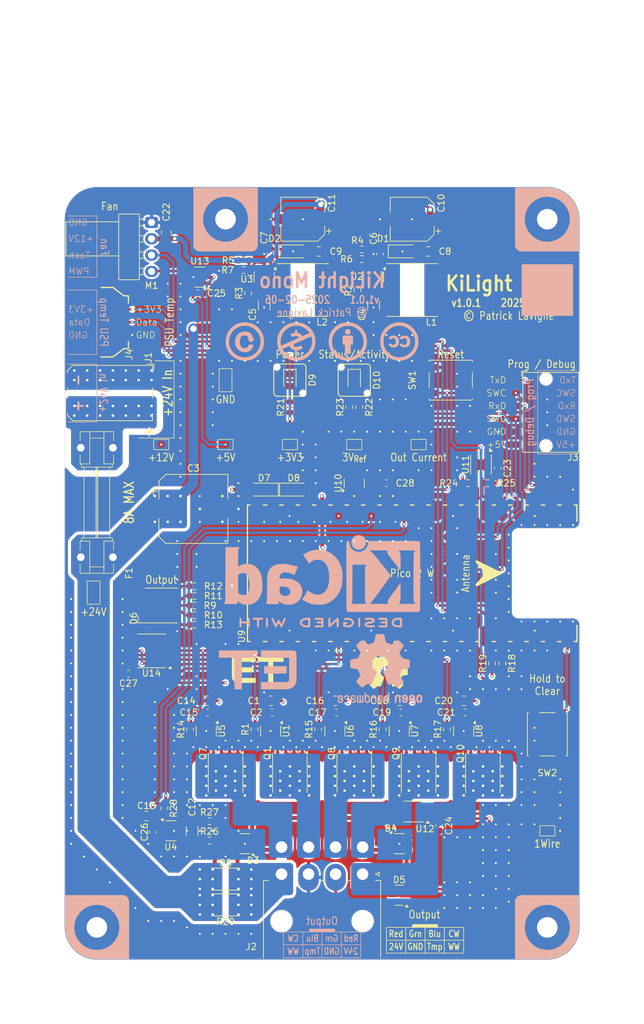
<source format=kicad_pcb>
(kicad_pcb (version 20240108) (generator "pcbnew") (generator_version "8.0")
  (title_block (title "KiLight Mono") (date "2025-02-06") (rev "1.0.1") (company "Erratic.Tech"))
  (layers (0 "F.Cu" signal) (1 "In1.Cu" power "GND.Cu") (2 "In2.Cu" power "VCC.Cu") (31 "B.Cu" signal) (34 "B.Paste" user) (35 "F.Paste" user) (36 "B.SilkS" user "B.Silkscreen") (37 "F.SilkS" user "F.Silkscreen") (38 "B.Mask" user) (39 "F.Mask" user) (44 "Edge.Cuts" user))
  (net 0 "")
  (net 1 "GND")
  (net 2 "+12V")
  (net 3 "+24V")
  (net 4 "/Power Supply/Voltage Rails/5V Buck Switch")
  (net 5 "/Power Supply/Voltage Rails/5V Buck Boot")
  (net 6 "/Power Supply/Voltage Rails/12V Buck Boot")
  (net 7 "/Power Supply/Voltage Rails/12V Buck Switch")
  (net 8 "+5V")
  (net 9 "GNDA")
  (net 10 "+3V3")
  (net 11 "/Controller/V_{SYS}")
  (net 12 "/Controller/Debug +5V")
  (net 13 "/Controller/Power LED Anode")
  (net 14 "/Controller/Activity LED Anode")
  (net 15 "/Controller/Status LED Anode")
  (net 16 "/Power Supply/+24V Raw")
  (net 17 "/LED Drivers/+24V Out")
  (net 18 "/LED Drivers/CW Out")
  (net 19 "/LED Drivers/WW Out")
  (net 20 "/LED Drivers/Blue Out")
  (net 21 "/LED Drivers/Red Out")
  (net 22 "/1Wire Data")
  (net 23 "/LED Drivers/Green Out")
  (net 24 "/Controller/SWCLK")
  (net 25 "/Controller/SWDIO")
  (net 26 "/Controller/Debug RxD")
  (net 27 "/Controller/Debug TxD")
  (net 28 "/Controller/Fan-PWM-Out")
  (net 29 "/Controller/Fan Tacho")
  (net 30 "/LED Drivers/LED Driver 2/Driver Gate")
  (net 31 "/Red")
  (net 32 "/Green")
  (net 33 "/Blue")
  (net 34 "/CW")
  (net 35 "/WW")
  (net 36 "/LED Drivers/LED Driver 1/Driver Gate")
  (net 37 "/LED Drivers/LED Driver 3/Driver Gate")
  (net 38 "/LED Drivers/LED Driver 4/Driver Gate")
  (net 39 "/LED Drivers/LED Driver 5/Driver Gate")
  (net 40 "/Controller/Fan PWM")
  (net 41 "/LED Drivers/Current Sense Amplifier/Filter -")
  (net 42 "/LED Drivers/Current Sense Amplifier/Filter +")
  (net 43 "/Power Supply/Voltage Rails/5V Buck Feedback")
  (net 44 "/Power Supply/Voltage Rails/12V Buck Feedback")
  (net 45 "/Controller/Activity LED")
  (net 46 "/Controller/Status LED")
  (net 47 "/Controller/~{RESET}")
  (net 48 "/Current")
  (net 49 "/Controller/ADC V_{REF}")
  (net 53 "/Controller/~{Clear}")
  (net 64 "/LED Drivers/Output Indicator/Green Cathode")
  (net 65 "/LED Drivers/Output Indicator/Blue Cathode")
  (net 66 "/LED Drivers/Output Indicator/Red Cathode")
  (net 67 "/LED Drivers/Output Indicator/CW Cathode")
  (net 68 "/LED Drivers/Output Indicator/WW Cathode")
  (net 69 "/LED Drivers/Output Indicator/CW Anode")
  (net 70 "/LED Drivers/Output Indicator/Blue Anode")
  (net 71 "/LED Drivers/Output Indicator/Red Anode")
  (net 72 "/LED Drivers/Output Indicator/WW Anode")
  (net 73 "/LED Drivers/Output Indicator/Green Anode")
  (net 74 "/Controller/SCL")
  (net 75 "/Controller/SDA")
  (net 78 "/Power Supply/Voltage Rails/5V Enable")
  (net 79 "/Power Supply/Voltage Rails/12V Enable")
  (net 80 "/LED Drivers/Current Sense Amplifier/Out Current Raw")
  (footprint "KiLight Mono:Maxim_TDFN-6-1EP_3x3mm_P0.95mm_EP1.5x2.3mm" (layer "F.Cu") (at 164.7 83.1 -90)
    (property "Reference" "U11")
    (property "Value" "DS2485")
  )
  (footprint "KiLight Mono:MountingHole_3.2mm_M3_Pad" (layer "F.Cu") (at 175 155)
    (property "Reference" "H3" (hide yes))
    (property "Value" "Hole C" (hide yes))
  )
  (footprint "KiLight Mono:TerminalBlock_WAGO_2060-452_1x02_P4.00mm" (layer "F.Cu") (at 112.5 70 -90)
    (property "Reference" "J1")
    (property "Value" "+24V In")
  )
  (footprint "KiLight Mono:SOT-23-5" (layer "F.Cu") (at 132 124.5 -90)
    (property "Reference" "U1")
    (property "Value" "UCC27517A")
  )
  (footprint "KiLight Mono:C_0603_1608Metric" (layer "F.Cu") (at 150 86 180)
    (property "Reference" "C28")
    (property "Value" "100nF")
  )
  (footprint "KiLight Mono:TDSON-8-1" (layer "F.Cu") (at 165 131 -90)
    (property "Reference" "Q10")
    (property "Value" "CSD18504Q5A")
  )
  (footprint "KiLight Mono:LED_RGBCCT_5050-10" (layer "F.Cu") (at 115 105 180)
    (property "Reference" "D6")
    (property "Value" "Output")
  )
  (footprint "KiLight Mono:R_0603_1608Metric" (layer "F.Cu") (at 122.5 141.5)
    (property "Reference" "R26")
    (property "Value" "10*")
  )
  (footprint "KiLight Mono:LED_LightPipe_Bivar-VLP_BiColor_0805_2012Metric" (layer "F.Cu") (at 145 70 -90)
    (property "Reference" "D10")
    (property "Value" "Status/Activity")
  )
  (footprint "KiLight Mono:D_SOD-123F" (layer "F.Cu") (at 131.000001 87 180)
    (property "Reference" "D7")
    (property "Value" "PMEG2015EH")
  )
  (footprint "KiLight Mono:TestPoint_Loop_0805_RCT_SMD" (layer "F.Cu") (at 135 80)
    (property "Reference" "TP2" (hide yes))
    (property "Value" "+3V3")
  )
  (footprint "KiLight Mono:TestPoint_Loop_1206_RCT_SMD" (layer "F.Cu") (at 125 70 -90)
    (property "Reference" "TP1" (hide yes))
    (property "Value" "GND")
  )
  (footprint "KiLight Mono:SOT-23-6" (layer "F.Cu") (at 152 142)
    (property "Reference" "D4")
    (property "Value" "SMS24T1G")
  )
  (footprint "KiLight Mono:MountingHole_3.2mm_M3_Pad" (layer "F.Cu") (at 125 45)
    (property "Reference" "H1" (hide yes))
    (property "Value" "Hole A" (hide yes))
  )
  (footprint "KiLight Mono:C_1206_3216Metric" (layer "F.Cu") (at 131 58.4 -90)
    (property "Reference" "C5")
    (property "Value" "10uF")
  )
  (footprint "KiLight Mono:SOT-23-5" (layer "F.Cu") (at 152 124.5 -90)
    (property "Reference" "U7")
    (property "Value" "UCC27517A")
  )
  (footprint "KiLight Mono:R_0603_1608Metric" (layer "F.Cu") (at 145.5 56.025 90)
    (property "Reference" "R2")
    (property "Value" "100K")
  )
  (footprint "KiLight Mono:R_0603_1608Metric" (layer "F.Cu") (at 120.2 103.5 180)
    (property "Reference" "R11")
    (property "Value" "1K4")
  )
  (footprint "KiLight Mono:R_0603_1608Metric" (layer "F.Cu") (at 146.175 51.2 180)
    (property "Reference" "R6")
    (property "Value" "10K*")
  )
  (footprint "KiLight Mono:C_1206_3216Metric" (layer "F.Cu") (at 119.8 140 -90)
    (property "Reference" "C12")
    (property "Value" "100nF*")
  )
  (footprint "KiLight Mono:Fuseholder5x20_horiz_open_lateral_Type-II" (layer "F.Cu") (at 105 89.000001 -90)
    (property "Reference" "F1")
    (property "Value" "8A")
  )
  (footprint "KiLight Mono:SOT-23-5" (layer "F.Cu") (at 142 124.5 -90)
    (property "Reference" "U6")
    (property "Value" "UCC27517A")
  )
  (footprint "KiLight Mono:CP_Elec_6.3x5.8" (layer "F.Cu") (at 154 45 180)
    (property "Reference" "C10")
    (property "Value" "100uF")
  )
  (footprint "KiLight Mono:D_SOD-123F" (layer "F.Cu") (at 152.5 50)
    (property "Reference" "D1")
    (property "Value" "PMEG2015EH")
  )
  (footprint "KiLight Mono:R_0603_1608Metric" (layer "F.Cu") (at 120.2 108 180)
    (property "Reference" "R13")
    (property "Value" "1K4")
  )
  (footprint "KiLight Mono:C_0805_2012Metric" (layer "F.Cu") (at 132.05 119.8)
    (property "Reference" "C1")
    (property "Value" "10uF")
  )
  (footprint "KiLight Mono:TSSOP-14_4.4x5mm_P0.65mm" (layer "F.Cu") (at 113.5 112.05 180)
    (property "Reference" "U14")
    (property "Value" "74LVC06A")
  )
  (footprint "KiLight Mono:Molex_Mini-Fit_Jr_45586-08_2x04_P4.20mm_Horizontal" (layer "F.Cu") (at 146.3 146.725 180)
    (property "Reference" "J2")
    (property "Value" "Output")
  )
  (footprint "KiLight Mono:R_2512_6332Metric" (layer "F.Cu") (at 125 147.5)
    (property "Reference" "R8")
    (property "Value" "15m")
  )
  (footprint "KiLight Mono:SOT-23-5" (layer "F.Cu") (at 121 54 180)
    (property "Reference" "U13")
    (property "Value" "74AHCT1G04")
  )
  (footprint "KiLight Mono:SOT-23-5" (layer "F.Cu") (at 122 124.5 -90)
    (property "Reference" "U5")
    (property "Value" "UCC27517A")
  )
  (footprint "KiLight Mono:Symbol-Arrowhead-4mm" (layer "F.Cu") (at 165 100 90)
    (property "Reference" "REF**" (hide yes))
    (property "Value" "Symbol-Arrowhead-4mm" (hide yes))
  )
  (footprint "KiLight Mono:CP_Elec_10x12.5" (layer "F.Cu") (at 120 90)
    (property "Reference" "C3")
    (property "Value" "470uF")
  )
  (footprint "KiLight Mono:R_0603_1608Metric" (layer "F.Cu") (at 162.675 86)
    (property "Reference" "R24")
    (property "Value" "4K7")
  )
  (footprint "KiLight Mono:R_0603_1608Metric" (layer "F.Cu") (at 145.8 74.2 90)
    (property "Reference" "R22")
    (property "Value" "1K")
  )
  (footprint "KiLight Mono:SW_SPST_EVQQ2" (layer "F.Cu") (at 175 125 -90)
    (property "Reference" "SW2")
    (property "Value" "Hold to Clear")
  )
  (footprint "KiLight Mono:C_0603_1608Metric" (layer "F.Cu") (at 142.225 121.6)
    (property "Reference" "C17")
    (property "Value" "100nF")
  )
  (footprint "KiLight Mono:C_1206_3216Metric" (layer "F.Cu") (at 148 58.4 -90)
    (property "Reference" "C4")
    (property "Value" "10uF")
  )
  (footprint "KiLight Mono:R_0603_1608Metric" (layer "F.Cu") (at 128.5 56.5 90)
    (property "Reference" "R3")
    (property "Value" "100K")
  )
  (footprint "KiLight Mono:RPi_PicoW_SMD_NoTPs" (layer "F.Cu") (at 154 100 90)
    (property "Reference" "U9")
    (property "Value" "Pico 2 W")
  )
  (footprint "KiLight Mono:TestPoint_Loop_0805_RCT_SMD" (layer "F.Cu") (at 175 140)
    (property "Reference" "TP10" (hide yes))
    (property "Value" "1Wire")
  )
  (footprint "KiLight Mono:R_0603_1608Metric" (layer "F.Cu") (at 129.5 124.225 90)
    (property "Reference" "R1")
    (property "Value" "100K")
  )
  (footprint "KiLight Mono:SOT-23-5" (layer "F.Cu") (at 162 124.5 -90)
    (property "Reference" "U8")
    (property "Value" "UCC27517A")
  )
  (footprint "KiLight Mono:C_0805_2012Metric" (layer "F.Cu") (at 139.5 50 180)
    (property "Reference" "C9")
    (property "Value" "10uF")
  )
  (footprint "KiLight Mono:L_Taiyo-Yuden_NR-80xx" (layer "F.Cu") (at 137 56)
    (property "Reference" "L2")
    (property "Value" "47uH")
  )
  (footprint "KiLight Mono:C_0805_2012Metric" (layer "F.Cu") (at 152.05 119.8)
    (property "Reference" "C18")
    (property "Value" "10uF")
  )
  (footprint "KiLight Mono:C_0805_2012Metric" (layer "F.Cu") (at 156.5 50 180)
    (property "Reference" "C8")
    (property "Value" "10uF")
  )
  (footprint "KiLight Mono:C_0805_2012Metric" (layer "F.Cu") (at 112.7 137.7 180)
    (property "Reference" "C13")
    (property "Value" "10uF")
  )
  (footprint "KiLight Mono:C_0805_2012Metric" (layer "F.Cu") (at 122.05 119.8)
    (property "Reference" "C14")
    (property "Value" "10uF")
  )
  (footprint "KiLight Mono:R_0603_1608Metric" (layer "F.Cu") (at 119.5 124.225 90)
    (property "Reference" "R14")
    (property "Value" "100K")
  )
  (footprint "KiLight Mono:C_0603_1608Metric" (layer "F.Cu") (at 109.9 115.6)
    (property "Reference" "C27")
    (property "Value" "100nF")
  )
  (footprint "KiLight Mono:SOT-23-6" (layer "F.Cu") (at 148 54 -90)
    (property "Reference" "U2")
    (property "Value" "LV2862")
  )
  (footprint "KiLight Mono:R_0603_1608Metric" (layer "F.Cu") (at 168 114 -90)
    (property "Reference" "R18")
    (property "Value" "100K")
  )
  (footprint "KiLight Mono:CP_Elec_6.3x7.7" (layer "F.Cu") (at 137 45 180)
    (property "Reference" "C11")
    (property "Value" "100uF")
  )
  (footprint "KiLight Mono:C_0603_1608Metric" (layer "F.Cu") (at 152.225 121.6)
    (property "Reference" "C19")
    (property "Value" "100nF")
  )
  (footprint "KiLight Mono:C_0603_1608Metric" (layer "F.Cu") (at 113.7 140.2 -90)
    (property "Reference" "C26")
    (property "Value" "100nF")
  )
  (footprint "KiLight Mono:C_0603_1608Metric" (layer "F.Cu") (at 132 50.4 90)
    (property "Reference" "C7")
    (property "Value" "100nF")
  )
  (footprint "KiLight Mono:MountingHole_3.2mm_M3_Pad" (layer "F.Cu") (at 105 155)
    (property "Reference" "H4" (hide yes))
    (property "Value" "Hole D" (hide yes))
  )
  (footprint "KiLight Mono:R_0603_1608Metric" (layer "F.Cu") (at 159.4 124.225 90)
    (property "Reference" "R17")
    (property "Value" "100K")
  )
  (footprint "KiLight Mono:MountingHole_3.2mm_M3_Pad" (layer "F.Cu") (at 175 45)
    (property "Reference" "H2" (hide yes))
    (property "Value" "Hole B" (hide yes))
  )
  (footprint "KiLight Mono:R_0603_1608Metric" (layer "F.Cu") (at 135 74.2 90)
    (property "Reference" "R21")
    (property "Value" "1K")
  )
  (footprint "KiLight Mono:C_0805_2012Metric" (layer "F.Cu") (at 115.8 47.050001 90)
    (property "Reference" "C22")
    (property "Value" "10uF")
  )
  (footprint "KiLight Mono:SOT-23" (layer "F.Cu") (at 145 86 90)
    (property "Reference" "U10")
    (property "Value" "LM4040DBZ-3")
  )
  (footprint "KiLight Mono:D_SOD-123F" (layer "F.Cu") (at 135.5 50)
    (property "Reference" "D2")
    (property "Value" "PMEG2015EH")
  )
  (footprint "KiLight Mono:C_0603_1608Metric" (layer "F.Cu") (at 122.225 121.6)
    (property "Reference" "C15")
    (property "Value" "100nF")
  )
  (footprint "KiLight Mono:TestPoint_Loop_0805_RCT_SMD" (layer "F.Cu") (at 155 80)
    (property "Reference" "TP6" (hide yes))
    (property "Value" "Out Current")
  )
  (footprint "KiLight Mono:C_0805_2012Metric" (layer "F.Cu") (at 162.05 119.8)
    (property "Reference" "C20")
    (property "Value" "10uF")
  )
  (footprint "KiLight Mono:SOT-23-6" (layer "F.Cu") (at 131 54 -90)
    (property "Reference" "U3")
    (property "Value" "LV2862")
  )
  (footprint "KiLight Mono:TDSON-8-1" (layer "F.Cu") (at 125 131 -90)
    (property "Reference" "Q7")
    (property "Value" "CSD18504Q5A")
  )
  (footprint "KiLight Mono:R_0603_1608Metric" (layer "F.Cu") (at 146.175 49.7 180)
    (property "Reference" "R4")
    (property "Value" "54.9K*")
  )
  (footprint "KiLight Mono:C_0603_1608Metric" (layer "F.Cu") (at 132.225 121.6)
    (property "Reference" "C2")
    (property "Value" "100nF")
  )
  (footprint "KiLight Mono:C_0603_1608Metric" (layer "F.Cu") (at 149 50.425 90)
    (property "Reference" "C6")
    (property "Value" "100nF")
  )
  (footprint "KiLight Mono:R_0603_1608Metric" (layer "F.Cu") (at 120.2 102 180)
    (property "Reference" "R12")
    (property "Value" "1K4")
  )
  (footprint "KiLight Mono:L_Taiyo-Yuden_NR-80xx" (layer "F.Cu") (at 154 56)
    (property "Reference" "L1")
    (property "Value" "33uH")
  )
  (footprint "KiLight Mono:R_0603_1608Metric" (layer "F.Cu") (at 127.8 51.4 180)
    (property "Reference" "R5")
    (property "Value" "147K*")
  )
  (footprint "KiLight Mono:TestPoint_Loop_0805_RCT_SMD" (layer "F.Cu") (at 125 80)
    (property "Reference" "TP3" (hide yes))
    (property "Value" "+5V")
  )
  (footprint "KiLight Mono:R_0603_1608Metric" (layer "F.Cu") (at 127.8 52.9)
    (property "Reference" "R7")
    (property "Value" "10K*")
  )
  (footprint "KiLight Mono:TDSON-8-1" (layer "F.Cu") (at 145 131 -90)
    (property "Reference" "Q8")
    (property "Value" "CSD18504Q5A")
  )
  (footprint "KiLight Mono:R_0603_1608Metric" (layer "F.Cu") (at 165.725 86 180)
    (property "Reference" "R25")
    (property "Value" "4K7")
  )
  (footprint "KiLight Mono:TDSON-8-1" (layer "F.Cu") (at 135 131 -90)
    (property "Reference" "Q1")
    (property "Value" "CSD18504Q5A")
  )
  (footprint "KiLight Mono:SOT-23-6" (layer "F.Cu") (at 128 142 180)
    (property "Reference" "D3")
    (property "Value" "SMS24T1G")
  )
  (footprint "KiLight Mono:Texas_DGK0008A_VSSOP-8_3x3mm_P0.65mm" (layer "F.Cu") (at 154.2 137 180)
    (property "Reference" "U12")
    (property "Value" "TMP1826D")
  )
  (footprint "KiLight Mono:C_0603_1608Metric" (layer "F.Cu") (at 162.225 121.6)
    (property "Reference" "C21")
    (property "Value" "100nF")
  )
  (footprint "KiLight Mono:R_0603_1608Metric" (layer "F.Cu") (at 115.5 136.5 -90)
    (property "Reference" "R28")
    (property "Value" "10K*")
  )
  (footprint "KiLight Mono:Symbol_ET-Logo_8x4mm_SilkScreen" (layer "F.Cu") (at 130 115)
    (property "Reference" "ICN3" (hide yes))
    (property "Value" "ET Front" (hide yes))
  )
  (footprint "KiLight Mono:LED_LightPipe_Bivar-VLP_0805_2012Metric" (layer "F.Cu") (at 135 70 -90)
    (property "Reference" "D9")
    (property "Value" "Power")
  )
  (footprint "KiLight Mono:SOT-23-5" (layer "F.Cu") (at 116.5 140)
    (property "Reference" "U4")
    (property "Value" "INA281B2")
  )
  (footprint "KiLight Mono:C_0603_1608Metric" (layer "F.Cu") (at 167.3 83.7 -90)
    (property "Reference" "C23")
    (property "Value" "100nF")
  )
  (footprint "KiLight Mono:FanPinHeader_1x04_P2.54mm_THT_Horizontal" (layer "F.Cu") (at 113.5 45.5 -90)
    (property "Reference" "M1")
    (property "Value" "Fan")
  )
  (footprint "KiLight Mono:SW_SPST_EVQQ2" (layer "F.Cu") (at 160 70 180)
    (property "Reference" "SW1")
    (property "Value" "Reset")
  )
  (footprint "KiLight Mono:TestPoint_Loop_0805_RCT_SMD" (layer "F.Cu") (at 115 80)
    (property "Reference" "TP4" (hide yes))
    (property "Value" "+12V")
  )
  (footprint "KiLight Mono:C_0805_2012Metric" (layer "F.Cu") (at 142.05 119.8)
    (property "Reference" "C16")
    (property "Value" "10uF")
  )
  (footprint "KiLight Mono:R_0603_1608Metric" (layer "F.Cu") (at 120.2 106.5 180)
    (property "Reference" "R10")
    (property "Value" "1K4")
  )
  (footprint "KiLight Mono:R_2512_6332Metric" (layer "F.Cu") (at 125 151.5)
    (property "Reference" "R20")
    (property "Value" "15m")
  )
  (footprint "KiLight Mono:D_SOD-123F" (layer "F.Cu") (at 135.6 87)
    (property "Reference" "D8")
    (property "Value" "PMEG2015EH")
  )
  (footprint "KiLight Mono:R_0603_1608Metric" (layer "F.Cu") (at 120.2 105 180)
    (property "Reference" "R9")
    (property "Value" "2K")
  )
  (footprint "KiLight Mono:TestPoint_Loop_1206_RCT_SMD" (layer "F.Cu") (at 104.5 103 90)
    (property "Reference" "TP5" (hide yes))
    (property "Value" "+24V")
  )
  (footprint "KiLight Mono:C_0603_1608Metric" (layer "F.Cu") (at 120.7 56.5 180)
    (property "Reference" "C25")
    (property "Value" "100nF")
  )
  (footprint "KiLight Mono:R_0603_1608Metric" (layer "F.Cu") (at 139.4 124.225 90)
    (property "Reference" "R15")
    (property "Value" "100K")
  )
  (footprint "KiLight Mono:R_0603_1608Metric" (layer "F.Cu") (at 122.5 138.5)
    (property "Reference" "R27")
    (property "Value" "10*")
  )
  (footprint "KiLight Mono:Amphenol_MiniTek_95000-x06_1x06_P2.0mm_Horizontal" (layer "F.Cu") (at 169.8 75 -90)
    (property "Reference" "J3")
    (property "Value" "Prog / Debug")
  )
  (footprint "KiLight Mono:C_0603_1608Metric" (layer "F.Cu") (at 158.2 139.175 90)
    (property "Reference" "C24")
    (property "Value" "100nF")
  )
  (footprint "KiLight Mono:R_0603_1608Metric" (layer "F.Cu") (at 149.4 124.225 90)
    (property "Reference" "R16")
    (property "Value" "100K")
  )
  (footprint "KiLight Mono:OSHW-Symbol_6.7x6mm_SilkScreen" (layer "F.Cu") (at 150 115)
    (property "Reference" "ICN1" (hide yes))
    (property "Value" "OSHW Front" (hide yes))
  )
  (footprint "KiLight Mono:R_0603_1608Metric" (layer "F.Cu") (at 166.4 114 90)
    (property "Reference" "R19")
    (property "Value" "2K")
  )
  (footprint "KiLight Mono:R_0603_1608Metric" (layer "F.Cu") (at 144.2 74.2 90)
    (property "Reference" "R23")
    (property "Value" "1K")
  )
  (footprint "KiLight Mono:Molex_DuraClik_502352-03XX_1x03-1MP-P2.00mm_SMD_Horizontal" (layer "F.Cu") (at 104.3 61 -90)
    (property "Reference" "J4")
    (property "Value" "PSU Temp")
  )
  (footprint "KiLight Mono:TDSON-8-1" (layer "F.Cu") (at 155 131 -90)
    (property "Reference" "Q9")
    (property "Value" "CSD18504Q5A")
  )
  (footprint "KiLight Mono:SOT-23" (layer "F.Cu") (at 152 150 180)
    (property "Reference" "D5")
    (property "Value" "D1213A-01SO")
  )
  (footprint "KiLight Mono:TestPoint_Loop_0805_RCT_SMD" (layer "F.Cu") (at 145 80)
    (property "Reference" "TP7" (hide yes))
    (property "Value" "3V_{Ref}")
  )
  (footprint "KiLight Mono:OSHW-Logo2_14.6x12mm_SilkScreen" (layer "B.Cu") (at 149 115 180)
    (property "Reference" "ICN2" (hide yes))
    (property "Value" "OSHW Back" (hide yes))
  )
  (footprint "KiLight Mono:Symbol_CC_SilkScreenTop_6mm" (layer "B.Cu") (at 152 64 180)
    (property "Reference" "ICN6" (hide yes))
    (property "Value" "CC Back" (hide yes))
  )
  (footprint "KiLight Mono:KiCad-Logo2_12mm_SilkScreen" (layer "B.Cu") (at 140 100 180)
    (property "Reference" "ICN5" (hide yes))
    (property "Value" "KiCad Back" (hide yes))
  )
  (footprint "KiLight Mono:Symbol_CC_SA_SilkScreenTop_6mm" (layer "B.Cu") (at 128 64 180)
    (property "Reference" "ICN9" (hide yes))
    (property "Value" "CC-SA Back" (hide yes))
  )
  (footprint "KiLight Mono:Symbol_CC_BY_SilkScreenTop_6mm" (layer "B.Cu") (at 144 64 180)
    (property "Reference" "ICN7" (hide yes))
    (property "Value" "CC-BY Back" (hide yes))
  )
  (footprint "KiLight Mono:Symbol_ET-Logo_12x6mm_SilkScreen" (layer "B.Cu") (at 130 115 180)
    (property "Reference" "ICN4" (hide yes))
    (property "Value" "ET Back" (hide yes))
  )
  (footprint "KiLight Mono:Symbol_CC_NC_SilkScreenTop_6mm" (layer "B.Cu") (at 136 64 180)
    (property "Reference" "ICN8" (hide yes))
    (property "Value" "CC-NC Back" (hide yes))
  )
  (gr_line (start 143 155.7) (end 143 159.7) (stroke (width 0.1)) (layer "B.SilkS"))
  (gr_line (start 134 155.7) (end 146 155.7) (stroke (width 0.1)) (layer "B.SilkS"))
  (gr_line (start 105 55.999999) (end 100.5 56) (stroke (width 0.1)) (layer "B.SilkS"))
  (gr_line (start 173.5 81.5) (end 179.5 81.5) (stroke (width 0.1)) (layer "B.SilkS"))
  (gr_circle (center 171 151) (end 172 151) (fill solid) (layer "B.SilkS"))
  (gr_line (start 134 159.7) (end 134 155.7) (stroke (width 0.1)) (layer "B.SilkS"))
  (gr_circle (center 105 155) (end 105.000001 150.8) (stroke (width 1.4)) (fill none) (layer "B.SilkS"))
  (gr_line (start 105 44.5) (end 100.499999 44.5) (stroke (width 0.1)) (layer "B.SilkS"))
  (gr_circle (center 125 45) (end 129.2 45.000003) (stroke (width 1.4)) (fill none) (layer "B.SilkS"))
  (gr_line (start 137 155.7) (end 137 159.7) (stroke (width 0.1)) (layer "B.SilkS"))
  (gr_line (start 105 66) (end 105 55.999999) (stroke (width 0.1)) (layer "B.SilkS"))
  (gr_rect (start 138 155.2) (end 142 155.7) (fill solid) (layer "B.SilkS"))
  (gr_line (start 173.5 68.5) (end 179.5 68.5) (stroke (width 0.1)) (layer "B.SilkS"))
  (gr_line (start 105 76.5) (end 100.5 76.5) (stroke (width 0.1)) (layer "B.SilkS"))
  (gr_line (start 105 54) (end 105 44.5) (stroke (width 0.1)) (layer "B.SilkS"))
  (gr_line (start 140 155.7) (end 140 159.7) (stroke (width 0.1)) (layer "B.SilkS"))
  (gr_poly (pts (xy 120 40.1) (xy 120 49) (xy 121 50) (xy 129 50) (xy 130 49) (xy 130 40.1) (xy 125 40.1) (xy 129 43) (xy 129 47) (xy 125 49.9) (xy 121 47) (xy 121 43) (xy 125 40.1)) (fill solid) (layer "B.SilkS"))
  (gr_poly (pts (xy 100.1 155) (xy 101.499999 155) (xy 101.5 153) (xy 103 151) (xy 107 151) (xy 109 153) (xy 109 157) (xy 107 158.5) (xy 105 158.500001) (xy 105 159.9) (xy 110 159.9) (xy 110 151) (xy 109 150) (xy 100.1 150)) (fill solid) (layer "B.SilkS"))
  (gr_line (start 146 155.7) (end 146 159.7) (stroke (width 0.1)) (layer "B.SilkS"))
  (gr_poly (pts (xy 175 159.9) (xy 175 158.500001) (xy 173 158.5) (xy 171 157) (xy 171 153) (xy 173 151) (xy 177 151) (xy 178.5 153) (xy 178.500001 155) (xy 179.9 155) (xy 179.9 150) (xy 171 150) (xy 170 151) (xy 170 159.9)) (fill solid) (layer "B.SilkS"))
  (gr_circle (center 121 49) (end 122 49) (fill solid) (layer "B.SilkS"))
  (gr_line (start 105 66) (end 100.499999 66) (stroke (width 0.1)) (layer "B.SilkS"))
  (gr_rect (start 171 52) (end 179 60) (fill solid) (layer "B.SilkS"))
  (gr_poly (pts (xy 179.9 45) (xy 178.500001 45) (xy 178.5 47) (xy 177 49) (xy 173 49) (xy 171 47) (xy 171 43) (xy 173 41.5) (xy 175 41.499999) (xy 175 40.1) (xy 170 40.1) (xy 170 49) (xy 171 50) (xy 179.9 50)) (fill solid) (layer "B.SilkS"))
  (gr_line (start 105 54) (end 100.5 54) (stroke (width 0.1)) (layer "B.SilkS"))
  (gr_circle (center 175.000002 45) (end 174.999998 49.2) (stroke (width 1.4)) (fill none) (layer "B.SilkS"))
  (gr_circle (center 109 151) (end 110 151) (fill solid) (layer "B.SilkS"))
  (gr_line (start 146 157.7) (end 134 157.7) (stroke (width 0.1)) (layer "B.SilkS"))
  (gr_circle (center 171 49) (end 172 49) (fill solid) (layer "B.SilkS"))
  (gr_line (start 100.5 67.5) (end 105 67.5) (stroke (width 0.1)) (layer "B.SilkS"))
  (gr_line (start 173.5 68.5) (end 173.5 81.5) (stroke (width 0.1)) (layer "B.SilkS"))
  (gr_line (start 105 67.5) (end 105 76.5) (stroke (width 0.1)) (layer "B.SilkS"))
  (gr_circle (center 175 155) (end 170.8 155) (stroke (width 1.4)) (fill none) (layer "B.SilkS"))
  (gr_circle (center 129 49) (end 130 49) (fill solid) (layer "B.SilkS"))
  (gr_line (start 146 159.7) (end 134 159.7) (stroke (width 0.1)) (layer "B.SilkS"))
  (gr_circle (center 105 155) (end 109.2 155) (stroke (width 1.4)) (fill none) (layer "F.SilkS"))
  (gr_line (start 162 155) (end 150 155) (stroke (width 0.1)) (layer "F.SilkS"))
  (gr_circle (center 171 49) (end 172 49) (fill solid) (layer "F.SilkS"))
  (gr_poly (pts (xy 130 40.1) (xy 130 49) (xy 129 50) (xy 121 50) (xy 120 49) (xy 120 40.1) (xy 125 40.1) (xy 121 43) (xy 121 47) (xy 125 49.9) (xy 129 47) (xy 129 43) (xy 125 40.1)) (fill solid) (layer "F.SilkS"))
  (gr_circle (center 129 49) (end 130 49) (fill solid) (layer "F.SilkS"))
  (gr_line (start 159 155) (end 159 159) (stroke (width 0.1)) (layer "F.SilkS"))
  (gr_line (start 150 159) (end 162 159) (stroke (width 0.1)) (layer "F.SilkS"))
  (gr_poly (pts (xy 179.9 155) (xy 178.500001 155) (xy 178.5 153) (xy 177 151) (xy 173 151) (xy 171 153) (xy 171 157) (xy 173 158.5) (xy 175 158.500001) (xy 175 159.9) (xy 170 159.9) (xy 170 151) (xy 171 150) (xy 179.9 150)) (fill solid) (layer "F.SilkS"))
  (gr_circle (center 121 49) (end 122 49) (fill solid) (layer "F.SilkS"))
  (gr_poly (pts (xy 105 159.9) (xy 105 158.500001) (xy 107 158.5) (xy 109 157) (xy 109 153) (xy 107 151) (xy 103 151) (xy 101.5 153) (xy 101.499999 155) (xy 100.1 155) (xy 100.1 150) (xy 109 150) (xy 110 151) (xy 110 159.9)) (fill solid) (layer "F.SilkS"))
  (gr_circle (center 175 155) (end 179.2 155) (stroke (width 1.4)) (fill none) (layer "F.SilkS"))
  (gr_line (start 117 67) (end 114 67) (stroke (width 0.1)) (layer "F.SilkS"))
  (gr_line (start 153 155) (end 153 159) (stroke (width 0.1)) (layer "F.SilkS"))
  (gr_line (start 156 155) (end 156 159) (stroke (width 0.1)) (layer "F.SilkS"))
  (gr_poly (pts (xy 175 40.1) (xy 175 41.499999) (xy 173 41.5) (xy 171 43) (xy 171 47) (xy 173 49) (xy 177 49) (xy 178.5 47) (xy 178.500001 45) (xy 179.9 45) (xy 179.9 50) (xy 171 50) (xy 170 49) (xy 170 40.1)) (fill solid) (layer "F.SilkS"))
  (gr_circle (center 109 151) (end 110 151) (fill solid) (layer "F.SilkS"))
  (gr_circle (center 175 45) (end 179.2 45) (stroke (width 1.4)) (fill none) (layer "F.SilkS"))
  (gr_line (start 150 155) (end 150 159) (stroke (width 0.1)) (layer "F.SilkS"))
  (gr_line (start 150 157) (end 162 157) (stroke (width 0.1)) (layer "F.SilkS"))
  (gr_line (start 162 159) (end 162 155) (stroke (width 0.1)) (layer "F.SilkS"))
  (gr_line (start 111.5 79) (end 117 79) (stroke (width 0.1)) (layer "F.SilkS"))
  (gr_circle (center 171 151) (end 172 151) (fill solid) (layer "F.SilkS"))
  (gr_circle (center 125 45) (end 129.2 45) (stroke (width 1.4)) (fill none) (layer "F.SilkS"))
  (gr_rect (start 154 154.5) (end 158 155) (fill solid) (layer "F.SilkS"))
  (gr_line (start 117 79) (end 117 67) (stroke (width 0.1)) (layer "F.SilkS"))
  (gr_arc (start 169.5 94) (mid 169.792893 93.292893) (end 170.5 93) (stroke (width 0.05)) (layer "Edge.Cuts"))
  (gr_arc (start 179 107) (mid 179.707107 107.292893) (end 180 108) (stroke (width 0.05)) (layer "Edge.Cuts"))
  (gr_line (start 175 160) (end 105 160) (stroke (width 0.05)) (layer "Edge.Cuts"))
  (gr_line (start 179 93) (end 170.5 93) (stroke (width 0.05)) (layer "Edge.Cuts"))
  (gr_line (start 169.5 94) (end 169.5 106) (stroke (width 0.05)) (layer "Edge.Cuts"))
  (gr_line (start 105 40) (end 175 40) (stroke (width 0.05)) (layer "Edge.Cuts"))
  (gr_line (start 179 107) (end 170.5 107) (stroke (width 0.05)) (layer "Edge.Cuts"))
  (gr_line (start 180 45) (end 180 92) (stroke (width 0.05)) (layer "Edge.Cuts"))
  (gr_arc (start 180 92) (mid 179.707107 92.707107) (end 179 93) (stroke (width 0.05)) (layer "Edge.Cuts"))
  (gr_arc (start 105 160) (mid 101.464466 158.535534) (end 100 155) (stroke (width 0.05)) (layer "Edge.Cuts"))
  (gr_arc (start 170.5 107) (mid 169.792893 106.707107) (end 169.5 106) (stroke (width 0.05)) (layer "Edge.Cuts"))
  (gr_arc (start 175 40) (mid 178.535534 41.464466) (end 180 45) (stroke (width 0.05)) (layer "Edge.Cuts"))
  (gr_line (start 180 155) (end 180 108) (stroke (width 0.05)) (layer "Edge.Cuts"))
  (gr_line (start 100 45) (end 100 155) (stroke (width 0.05)) (layer "Edge.Cuts"))
  (gr_arc (start 100 45) (mid 101.464466 41.464466) (end 105 40) (stroke (width 0.05)) (layer "Edge.Cuts"))
  (gr_arc (start 180 155) (mid 178.535534 158.535534) (end 175 160) (stroke (width 0.05)) (layer "Edge.Cuts"))
  (gr_text "${TITLE}" (at 140 54.5 0) (layer "B.SilkS") (effects (font (size 2.3 2) (thickness 0.4) (bold yes)) (justify mirror)))
  (gr_text "Data" (at 100.500001 61 0) (layer "B.SilkS") (effects (font (size 1 1) (thickness 0.1)) (justify right mirror)))
  (gr_text "RxD" (at 179.5 74 0) (layer "B.SilkS") (effects (font (size 1 1) (thickness 0.1)) (justify left mirror)))
  (gr_text "+5V" (at 179.5 80 0) (layer "B.SilkS") (effects (font (size 1 1) (thickness 0.1)) (justify left mirror)))
  (gr_text "Fan" (at 106.2 49.3 -90) (layer "B.SilkS") (effects (font (size 1.2 1)) (justify mirror)))
  (gr_text "+12V" (at 100.5 48 0) (layer "B.SilkS") (effects (font (size 1 1) (thickness 0.1)) (justify right mirror)))
  (gr_text "PWM" (at 100.5 53.1 0) (layer "B.SilkS") (effects (font (size 1 1) (thickness 0.1)) (justify right mirror)))
  (gr_text "SWD" (at 179.5 76 0) (layer "B.SilkS") (effects (font (size 1 1) (thickness 0.1)) (justify left mirror)))
  (gr_text "Output" (at 140 154 0) (layer "B.SilkS") (effects (font (size 1.2 1)) (justify mirror)))
  (gr_text "PSU Temp" (at 106.100001 61 -90) (layer "B.SilkS") (effects (font (size 1.2 1)) (justify mirror)))
  (gr_text "24V" (at 144.5 158.7 -0) (layer "B.SilkS") (effects (font (size 1 0.8)) (justify mirror)))
  (gr_text "GND" (at 141.5 158.7 -0) (layer "B.SilkS") (effects (font (size 1 0.8)) (justify mirror)))
  (gr_text "Tach" (at 100.5 50.6 0) (layer "B.SilkS") (effects (font (size 1 1) (thickness 0.1)) (justify right mirror)))
  (gr_text "SWC" (at 179.5 72 0) (layer "B.SilkS") (effects (font (size 1 1) (thickness 0.1)) (justify left mirror)))
  (gr_text "+" (at 102 74 90) (layer "B.SilkS") (effects (font (size 1.8 1.5) (thickness 0.3) (bold yes)) (justify mirror)))
  (gr_text "v${REVISION}" (at 149 57.5 0) (layer "B.SilkS") (effects (font (size 1.2 1) (thickness 0.2) (bold yes)) (justify left mirror)))
  (gr_text "TxD" (at 179.5 70 0) (layer "B.SilkS") (effects (font (size 1 1) (thickness 0.1)) (justify left mirror)))
  (gr_text "© Patrick Lavigne" (at 140 59.5 0) (layer "B.SilkS") (effects (font (size 1.2 1)) (justify mirror)))
  (gr_text "Red" (at 144.5 156.7 -0) (layer "B.SilkS") (effects (font (size 1 0.8)) (justify mirror)))
  (gr_text "GND" (at 100.500001 63.000001 0) (layer "B.SilkS") (effects (font (size 1 1) (thickness 0.1)) (justify right mirror)))
  (gr_text "Grn" (at 141.5 156.7 -0) (layer "B.SilkS") (effects (font (size 1 0.8)) (justify mirror)))
  (gr_text "+3V3" (at 100.5 59 0) (layer "B.SilkS") (effects (font (size 1 1) (thickness 0.1)) (justify right mirror)))
  (gr_text "CW" (at 135.5 156.7 -0) (layer "B.SilkS") (effects (font (size 1 0.8)) (justify mirror)))
  (gr_text "${ISSUE_DATE}" (at 131 57.5 0) (layer "B.SilkS") (effects (font (size 1.2 1) (thickness 0.2) (bold yes)) (justify right mirror)))
  (gr_text "+24V In" (at 106 72 -90) (layer "B.SilkS") (effects (font (size 1.2 1)) (justify mirror)))
  (gr_text "WW" (at 135.5 158.7 -0) (layer "B.SilkS") (effects (font (size 1 0.8)) (justify mirror)))
  (gr_text "Blu" (at 138.5 156.7 -0) (layer "B.SilkS") (effects (font (size 1 0.8)) (justify mirror)))
  (gr_text "GND" (at 179.5 78 0) (layer "B.SilkS") (effects (font (size 1 1) (thickness 0.1)) (justify left mirror)))
  (gr_text "Tmp" (at 138.5 158.7 -0) (layer "B.SilkS") (effects (font (size 1 0.8)) (justify mirror)))
  (gr_text "-" (at 102 70 90) (layer "B.SilkS") (effects (font (size 1.8 1.5) (thickness 0.3) (bold yes)) (justify mirror)))
  (gr_text "GND" (at 100.5 45.5 0) (layer "B.SilkS") (effects (font (size 1 1) (thickness 0.1)) (justify right mirror)))
  (gr_text "Prog / Debug" (at 173 75 90) (layer "B.SilkS") (effects (font (size 1.2 1)) (justify bottom mirror)))
  (gr_text "TxD" (at 168.7 70 0) (layer "F.SilkS") (effects (font (size 1 1) (thickness 0.1)) (justify right)))
  (gr_text "Tmp" (at 157.5 158 0) (layer "F.SilkS") (effects (font (size 1 0.8))))
  (gr_text "Grn" (at 154.5 156 0) (layer "F.SilkS") (effects (font (size 1 0.8))))
  (gr_text "+5V" (at 168.7 80 0) (layer "F.SilkS") (effects (font (size 1 1) (thickness 0.1)) (justify right)))
  (gr_text "GND" (at 111 63 0) (layer "F.SilkS") (effects (font (size 1 1) (thickness 0.1)) (justify left)))
  (gr_text "8A MAX" (at 110 89 90) (layer "F.SilkS") (effects (font (size 1.5 1.2) (thickness 0.2) (bold yes))))
  (gr_text "SWD" (at 168.7 76 0) (layer "F.SilkS") (effects (font (size 1 1) (thickness 0.1)) (justify right)))
  (gr_text "Red" (at 151.5 156 0) (layer "F.SilkS") (effects (font (size 1 0.8))))
  (gr_text "+3V3" (at 111 59 0) (layer "F.SilkS") (effects (font (size 1 1) (thickness 0.1)) (justify left)))
  (gr_text "Blu" (at 157.5 156 0) (layer "F.SilkS") (effects (font (size 1 0.8))))
  (gr_text "RxD" (at 168.7 74 0) (layer "F.SilkS") (effects (font (size 1 1) (thickness 0.1)) (justify right)))
  (gr_text "© Patrick Lavigne" (at 169 60 0) (layer "F.SilkS") (effects (font (size 1.2 1))))
  (gr_text "${ISSUE_DATE}" (at 178 58 0) (layer "F.SilkS") (effects (font (size 1.2 1) (thickness 0.2) (bold yes)) (justify right)))
  (gr_text "GND" (at 168.7 78 0) (layer "F.SilkS") (effects (font (size 1 1) (thickness 0.1)) (justify right)))
  (gr_text "v${REVISION}" (at 160 58 0) (layer "F.SilkS") (effects (font (size 1.2 1) (thickness 0.2) (bold yes)) (justify left)))
  (gr_text "Antenna" (at 163 100 90) (layer "F.SilkS") (effects (font (size 1.2 1)) (justify bottom)))
  (gr_text "${TITLE}" (at 169 55 0) (layer "F.SilkS") (effects (font (size 2.3 2) (thickness 0.4) (bold yes))))
  (gr_text "+" (at 113 78 90) (layer "F.SilkS") (effects (font (size 1.8 1.5) (thickness 0.3) (bold yes))))
  (gr_text "WW" (at 160.5 158 0) (layer "F.SilkS") (effects (font (size 1 0.8))))
  (gr_text "Hold to\nClear" (at 175 119 0) (layer "F.SilkS") (effects (font (size 1.2 1)) (justify bottom)))
  (gr_text "CW" (at 160.5 156 0) (layer "F.SilkS") (effects (font (size 1 0.8))))
  (gr_text "24V" (at 151.5 158 0) (layer "F.SilkS") (effects (font (size 1 0.8))))
  (gr_text "Data" (at 111 61.000001 0) (layer "F.SilkS") (effects (font (size 1 1) (thickness 0.1)) (justify left)))
  (gr_text "GND" (at 154.5 158 0) (layer "F.SilkS") (effects (font (size 1 0.8))))
  (gr_text "SWC" (at 168.7 72 0) (layer "F.SilkS") (effects (font (size 1 1) (thickness 0.1)) (justify right)))
  (segment (start 132 123.3625) (end 132 122.15) (width 0.4) (layer "F.Cu") (net 1))
  (segment (start 110.6375 110.1) (end 110.6375 110.75) (width 0.4) (layer "F.Cu") (net 1))
  (segment (start 117.5 109) (end 117.4625 109) (width 0.4) (layer "F.Cu") (net 1))
  (segment (start 162 123.3625) (end 162 124.5) (width 0.4) (layer "F.Cu") (net 1))
  (segment (start 152 122.15) (end 151.45 121.6) (width 0.4) (layer "F.Cu") (net 1))
  (segment (start 142 122.15) (end 141.45 121.6) (width 0.4) (layer "F.Cu") (net 1))
  (segment (start 122 123.3625) (end 122 122.15) (width 0.4) (layer "F.Cu") (net 1))
  (segment (start 132 124.5) (end 132 124.6) (width 0.4) (layer "F.Cu") (net 1))
  (segment (start 121.1 121.25) (end 121.45 121.6) (width 0.4) (layer "F.Cu") (net 1))
  (segment (start 142 123.3625) (end 142 124.5) (width 0.4) (layer "F.Cu") (net 1))
  (segment (start 162 122.15) (end 161.45 121.6) (width 0.4) (layer "F.Cu") (net 1))
  (segment (start 151.1 119.8) (end 151.1 121.25) (width 0.4) (layer "F.Cu") (net 1))
  (segment (start 162 123.3625) (end 162 122.15) (width 0.4) (layer "F.Cu") (net 1))
  (segment (start 151.1 121.25) (end 151.45 121.6) (width 0.4) (layer "F.Cu") (net 1))
  (segment (start 116.16 46.04) (end 116.2 46) (width 0.8) (layer "F.Cu") (net 1))
  (segment (start 132 122.15) (end 131.45 121.6) (width 0.4) (layer "F.Cu") (net 1))
  (segment (start 122 123.3625) (end 122 124.5) (width 0.4) (layer "F.Cu") (net 1))
  (segment (start 152 123.3625) (end 152 124.5) (width 0.4) (layer "F.Cu") (net 1))
  (segment (start 141.1 119.8) (end 141.1 121.25) (width 0.4) (layer "F.Cu") (net 1))
  (segment (start 121.1 119.8) (end 121.1 121.25) (width 0.4) (layer "F.Cu") (net 1))
  (segment (start 131.1 119.8) (end 131.1 121.25) (width 0.4) (layer "F.Cu") (net 1))
  (segment (start 161.1 121.25) (end 161.45 121.6) (width 0.4) (layer "F.Cu") (net 1))
  (segment (start 142 123.3625) (end 142 122.15) (width 0.4) (layer "F.Cu") (net 1))
  (segment (start 152 123.3625) (end 152 122.15) (width 0.4) (layer "F.Cu") (net 1))
  (segment (start 141.1 121.25) (end 141.45 121.6) (width 0.4) (layer "F.Cu") (net 1))
  (segment (start 131.1 121.25) (end 131.45 121.6) (width 0.4) (layer "F.Cu") (net 1))
  (segment (start 122 122.15) (end 121.45 121.6) (width 0.4) (layer "F.Cu") (net 1))
  (segment (start 113.5 45.5) (end 115.199998 45.5) (width 0.5) (layer "F.Cu") (net 1))
  (segment (start 132 123.3625) (end 132 124.5) (width 0.4) (layer "F.Cu") (net 1))
  (segment (start 161.1 119.8) (end 161.1 121.25) (width 0.4) (layer "F.Cu") (net 1))
  (segment (start 115.199998 45.5) (end 115.8 46.100002) (width 0.5) (layer "F.Cu") (net 1))
  (via (at 150 67) (size 0.5) (drill 0.3) (layers "F.Cu" "B.Cu") (net 1))
  (via (at 130 127) (size 0.5) (drill 0.3) (layers "F.Cu" "B.Cu") (net 1))
  (via (at 122 127) (size 0.5) (drill 0.3) (layers "F.Cu" "B.Cu") (net 1))
  (via (at 169 145) (size 0.5) (drill 0.3) (layers "F.Cu" "B.Cu") (net 1))
  (via (at 124 67) (size 0.5) (drill 0.3) (layers "F.Cu" "B.Cu") (net 1))
  (via (at 121 144) (size 0.5) (drill 0.3) (layers "F.Cu" "B.Cu") (net 1))
  (via (at 143 95) (size 0.5) (drill 0.3) (layers "F.Cu" "B.Cu") (net 1))
  (via (at 124 127) (size 0.5) (drill 0.3) (layers "F.Cu" "B.Cu") (net 1))
  (via (at 163 141) (size 0.5) (drill 0.3) (layers "F.Cu" "B.Cu") (net 1))
  (via (at 159 126) (size 0.5) (drill 0.3) (layers "F.Cu" "B.Cu") (net 1))
  (via (at 120.5 99) (size 0.5) (drill 0.3) (layers "F.Cu" "B.Cu") (net 1))
  (via (at 123 77) (size 0.5) (drill 0.3) (layers "F.Cu" "B.Cu") (net 1))
  (via (at 139 112) (size 0.5) (drill 0.3) (layers "F.Cu" "B.Cu") (net 1))
  (via (at 109 108) (size 0.5) (drill 0.3) (layers "F.Cu" "B.Cu") (net 1))
  (via (at 167 107) (size 0.5) (drill 0.3) (layers "F.Cu" "B.Cu") (net 1))
  (via (at 177 140) (size 0.5) (drill 0.3) (layers "F.Cu" "B.Cu") (net 1))
  (via (at 134 61) (size 0.5) (drill 0.3) (layers "F.Cu" "B.Cu") (net 1))
  (via (at 157 80) (size 0.5) (drill 0.3) (layers "F.Cu" "B.Cu") (net 1))
  (via (at 145 78) (size 0.5) (drill 0.3) (layers "F.Cu" "B.Cu") (net 1))
  (via (at 101 132) (size 0.5) (drill 0.3) (layers "F.Cu" "B.Cu") (net 1))
  (via (at 132 61) (size 0.5) (drill 0.3) (layers "F.Cu" "B.Cu") (net 1))
  (via (at 120.5 118) (size 0.5) (drill 0.3) (layers "F.Cu" "B.Cu") (net 1))
  (via (at 154 45) (size 0.5) (drill 0.3) (layers "F.Cu" "B.Cu") (net 1))
  (via (at 157 84) (size 0.5) (drill 0.3) (layers "F.Cu" "B.Cu") (net 1))
  (via (at 127 156) (size 0.5) (drill 0.3) (layers "F.Cu" "B.Cu") (net 1))
  (via (at 114 128) (size 0.5) (drill 0.3) (layers "F.Cu" "B.Cu") (net 1))
  (via (at 132 45) (size 0.5) (drill 0.3) (layers "F.Cu" "B.Cu") (net 1))
  (via (at 157 107) (size 0.5) (drill 0.3) (layers "F.Cu" "B.Cu") (net 1))
  (via (at 173 134) (size 0.5) (drill 0.3) (layers "F.Cu" "B.Cu") (net 1))
  (via (at 173 139) (size 0.5) (drill 0.3) (layers "F.Cu" "B.Cu") (net 1))
  (via (at 160 127) (size 0.5) (drill 0.3) (layers "F.Cu" "B.Cu") (net 1))
  (via (at 157 97) (size 0.5) (drill 0.3) (layers "F.Cu" "B.Cu") (net 1))
  (via (at 101 124) (size 0.5) (drill 0.3) (layers "F.Cu" "B.Cu") (net 1))
  (via (at 109 122) (size 0.5) (drill 0.3) (layers "F.Cu" "B.Cu") (net 1))
  (via (at 145 126) (size 0.5) (drill 0.3) (layers "F.Cu" "B.Cu") (net 1))
  (via (at 118 85) (size 0.5) (drill 0.3) (layers "F.Cu" "B.Cu") (net 1))
  (via (at 131 95) (size 0.5) (drill 0.3) (layers "F.Cu" "B.Cu") (net 1))
  (via (at 163 152) (size 0.5) (drill 0.3) (layers "F.Cu" "B.Cu") (net 1))
  (via (at 127 111) (size 0.5) (drill 0.3) (layers "F.Cu" "B.Cu") (net 1))
  (via (at 161 84) (size 0.5) (drill 0.3) (layers "F.Cu" "B.Cu") (net 1))
  (via (at 117 122) (size 0.5) (drill 0.3) (layers "F.Cu" "B.Cu") (net 1))
  (via (at 159 150) (size 0.5) (drill 0.3) (layers "F.Cu" "B.Cu") (net 1))
  (via (at 127 126) (size 0.5) (drill 0.3) (layers "F.Cu" "B.Cu") (net 1))
  (via (at 117 140) (size 0.5) (drill 0.3) (layers "F.Cu" "B.Cu") (net 1))
  (via (at 103.5 70) (size 0.6) (drill 0.4) (layers "F.Cu" "B.Cu") (net 1))
  (via (at 115 154) (size 0.5) (drill 0.3) (layers "F.Cu" "B.Cu") (net 1))
  (via (at 109 114) (size 0.5) (drill 0.3) (layers "F.Cu" "B.Cu") (net 1))
  (via (at 125 111) (size 0.5) (drill 0.3) (layers "F.Cu" "B.Cu") (net 1))
  (via (at 157 95) (size 0.5) (drill 0.3) (layers "F.Cu" "B.Cu") (net 1))
  (via (at 161 69) (size 0.5) (drill 0.3) (layers "F.Cu" "B.Cu") (net 1))
  (via (at 151 95) (size 0.5) (drill 0.3) (layers "F.Cu" "B.Cu") (net 1))
  (via (at 131 92) (size 0.5) (drill 0.3) (layers "F.Cu" "B.Cu") (net 1))
  (via (at 101 142) (size 0.5) (drill 0.3) (layers "F.Cu" "B.Cu") (net 1))
  (via (at 153 78) (size 0.5) (drill 0.3) (layers "F.Cu" "B.Cu") (net 1))
  (via (at 157 78) (size 0.5) (drill 0.3) (layers "F.Cu" "B.Cu") (net 1))
  (via (at 151 88) (size 0.5) (drill 0.3) (layers "F.Cu" "B.Cu") (net 1))
  (via (at 143.9 92) (size 0.5) (drill 0.3) (layers "F.Cu" "B.Cu") (net 1))
  (via (at 169 112) (size 0.5) (drill 0.3) (layers "F.Cu" "B.Cu") (net 1))
  (via (at 118 63) (size 0.5) (drill 0.3) (layers "F.Cu" "B.Cu") (net 1))
  (via (at 127 86) (size 0.5) (drill 0.3) (layers "F.Cu" "B.Cu") (net 1))
  (via (at 137 82) (size 0.5) (drill 0.3) (layers "F.Cu" "B.Cu") (net 1))
  (via (at 155 78) (size 0.5) (drill 0.3) (layers "F.Cu" "B.Cu") (net 1))
  (via (at 166 127) (size 0.5) (drill 0.3) (layers "F.Cu" "B.Cu") (net 1))
  (via (at 136 127) (size 0.5) (drill 0.3) (layers "F.Cu" "B.Cu") (net 1))
  (via (at 114 122) (size 0.5) (drill 0.3) (layers "F.Cu" "B.Cu") (net 1))
  (via (at 141 118.5) (size 0.5) (drill 0.3) (layers "F.Cu" "B.Cu") (net 1))
  (via (at 121 136) (size 0.5) (drill 0.3) (layers "F.Cu" "B.Cu") (net 1))
  (via (at 150 63) (size 0.5) (drill 0.3) (layers "F.Cu" "B.Cu") (net 1))
  (via (at 163 107) (size 0.5) (drill 0.3) (layers "F.Cu" "B.Cu") (net 1))
  (via (at 125 95) (size 0.5) (drill 0.3) (layers "F.Cu" "B.Cu") (net 1))
  (via (at 101 112) (size 0.5) (drill 0.3) (layers "F.Cu" "B.Cu") (net 1))
  (via (at 163 112) (size 0.5) (drill 0.3) (layers "F.Cu" "B.Cu") (net 1))
  (via (at 130 61) (size 0.5) (drill 0.3) (layers "F.Cu" "B.Cu") (net 1))
  (via (at 138 61) (size 0.5) (drill 0.3) (layers "F.Cu" "B.Cu") (net 1))
  (via (at 175 85) (size 0.5) (drill 0.3) (layers "F.Cu" "B.Cu") (net 1))
  (via (at 120.5 97) (size 0.5) (drill 0.3) (layers "F.Cu" "B.Cu") (net 1))
  (via (at 101 120) (size 0.5) (drill 0.3) (layers "F.Cu" "B.Cu") (net 1))
  (via (at 107.5 70) (size 0.6) (drill 0.4) (layers "F.Cu" "B.Cu") (net 1))
  (via (at 145 112) (size 0.5) (drill 0.3) (layers "F.Cu" "B.Cu") (net 1))
  (via (at 142 124.5) (size 0.5) (drill 0.3) (layers "F.Cu" "B.Cu") (net 1))
  (via (at 137 45) (size 0.5) (drill 0.3) (layers "F.Cu" "B.Cu") (net 1))
  (via (at 148 61) (size 0.5) (drill 0.3) (layers "F.Cu" "B.Cu") (net 1))
  (via (at 163 150) (size 0.5) (drill 0.3) (layers "F.Cu" "B.Cu") (net 1))
  (via (at 128 67) (size 0.5) (drill 0.3) (layers "F.Cu" "B.Cu") (net 1))
  (via (at 139 95) (size 0.5) (drill 0.3) (layers "F.Cu" "B.Cu") (net 1))
  (via (at 163 78) (size 0.5) (drill 0.3) (layers "F.Cu" "B.Cu") (net 1))
  (via (at 159 141) (size 0.5) (drill 0.3) (layers "F.Cu" "B.Cu") (net 1))
  (via (at 177 132) (size 0.5) (drill 0.3) (layers "F.Cu" "B.Cu") (net 1))
  (via (at 128 142) (size 0.5) (drill 0.3) (layers "F.Cu" "B.Cu") (net 1))
  (via (at 136 61) (size 0.5) (drill 0.3) (layers "F.Cu" "B.Cu") (net 1))
  (via (at 161 150) (size 0.5) (drill 0.3) (layers "F.Cu" "B.Cu") (net 1))
  (via (at 109.5 68.5) (size 0.6) (drill 0.4) (layers "F.Cu" "B.Cu") (net 1))
  (via (at 103 144) (size 0.5) (drill 0.3) (layers "F.Cu" "B.Cu") (net 1))
  (via (at 153 112) (size 0.5) (drill 0.3) (layers "F.Cu" "B.Cu") (net 1))
  (via (at 132 67) (size 0.5) (drill 0.3) (layers "F.Cu" "B.Cu") (net 1))
  (via (at 168 127) (size 0.5) (drill 0.3) (layers "F.Cu" "B.Cu") (net 1))
  (via (at 137 84) (size 0.5) (drill 0.3) (layers "F.Cu" "B.Cu") (net 1))
  (via (at 101 136) (size 0.5) (drill 0.3) (layers "F.Cu" "B.Cu") (net 1))
  (via (at 161 118.5) (size 0.5) (drill 0.3) (layers "F.Cu" "B.Cu") (net 1))
  (via (at 149 88) (size 0.5) (drill 0.3) (layers "F.Cu" "B.Cu") (net 1))
  (via (at 167 139) (size 0.5) (drill 0.3) (layers "F.Cu" "B.Cu") (net 1))
  (via (at 132 124.5) (size 0.5) (drill 0.3) (layers "F.Cu" "B.Cu") (net 1))
  (via (at 137 95) (size 0.5) (drill 0.3) (layers "F.Cu" "B.Cu") (net 1))
  (via (at 146 67) (size 0.5) (drill 0.3) (layers "F.Cu" "B.Cu") (net 1))
  (via (at 145 88) (size 0.5) (drill 0.3) (layers "F.Cu" "B.Cu") (net 1))
  (via (at 151 118.5) (size 0.5) (drill 0.3) (layers "F.Cu" "B.Cu") (net 1))
  (via (at 173 107.5) (size 0.5) (drill 0.3) (layers "F.Cu" "B.Cu") (net 1))
  (via (at 127 140) (size 0.5) (drill 0.3) (layers "F.Cu" "B.Cu") (net 1))
  (via (at 117 128) (size 0.5) (drill 0.3) (layers "F.Cu" "B.Cu") (net 1))
  (via (at 125 126) (size 0.5) (drill 0.3) (layers "F.Cu" "B.Cu") (net 1))
  (via (at 159 112) (size 0.5) (drill 0.3) (layers "F.Cu" "B.Cu") (net 1))
  (via (at 101 114) (size 0.5) (drill 0.3) (layers "F.Cu" "B.Cu") (net 1))
  (via (at 117.5 97) (size 0.5) (drill 0.3) (layers "F.Cu" "B.Cu") (net 1))
  (via (at 133.5 92) (size 0.5) (drill 0.3) (layers "F.Cu" "B.Cu") (net 1))
  (via (at 173 83) (size 0.5) (drill 0.3) (layers "F.Cu" "B.Cu") (net 1))
  (via (at 164 127) (size 0.5) (drill 0.3) (layers "F.Cu" "B.Cu") (net 1))
  (via (at 134 127) (size 0.5) (drill 0.3) (layers "F.Cu" "B.Cu") (net 1))
  (via (at 167 145) (size 0.5) (drill 0.3) (layers "F.Cu" "B.Cu") (net 1))
  (via (at 161 97) (size 0.5) (drill 0.3) (layers "F.Cu" "B.Cu") (net 1))
  (via (at 119 136) (size 0.5) (drill 0.3) (layers "F.Cu" "B.Cu") (net 1))
  (via (at 179 107.5) (size 0.5) (drill 0.3) (layers "F.Cu" "B.Cu") (net 1))
  (via (at 161 112) (size 0.5) (drill 0.3) (layers "F.Cu" "B.Cu") (net 1))
  (via (at 175 112) (size 0.5) (drill 0.3) (layers "F.Cu" "B.Cu") (net 1))
  (via (at 132 127) (size 0.5) (drill 0.3) (layers "F.Cu" "B.Cu") (net 1))
  (via (at 161 103) (size 0.5) (drill 0.3) (layers "F.Cu" "B.Cu") (net 1))
  (via (at 173 85) (size 0.5) (drill 0.3) (layers "F.Cu" "B.Cu") (net 1))
  (via (at 117.5 99) (size 0.5) (drill 0.3) (layers "F.Cu" "B.Cu") (net 1))
  (via (at 109 130) (size 0.5) (drill 0.3) (layers "F.Cu" "B.Cu") (net 1))
  (via (at 151 84) (size 0.5) (drill 0.3) (layers "F.Cu" "B.Cu") (net 1))
  (via (at 169 136) (size 0.5) (drill 0.3) (layers "F.Cu" "B.Cu") (net 1))
  (via (at 169 141) (size 0.5) (drill 0.3) (layers "F.Cu" "B.Cu") (net 1))
  (via (at 134 67) (size 0.5) (drill 0.3) (layers "F.Cu" "B.Cu") (net 1))
  (via (at 154 67) (size 0.5) (drill 0.3) (layers "F.Cu" "B.Cu") (net 1))
  (via (at 169 94) (size 0.5) (drill 0.3) (layers "F.Cu" "B.Cu") (net 1))
  (via (at 126 67) (size 0.5) (drill 0.3) (layers "F.Cu" "B.Cu") (net 1))
  (via (at 124.5 92) (size 0.6) (drill 0.4) (layers "F.Cu" "B.Cu") (net 1))
  (via (at 117.5 101) (size 0.5) (drill 0.3) (layers "F.Cu" "B.Cu") (net 1))
  (via (at 129 95) (size 0.5) (drill 0.3) (layers "F.Cu" "B.Cu") (net 1))
  (via (at 135 126) (size 0.5) (drill 0.3) (layers "F.Cu" "B.Cu") (net 1))
  (via (at 136 67) (size 0.5) (drill 0.3) (layers "F.Cu" "B.Cu") (net 1))
  (via (at 109 112) (size 0.5) (drill 0.3) (layers "F.Cu" "B.Cu") (net 1))
  (via (at 148 127) (size 0.5) (drill 0.3) (layers "F.Cu" "B.Cu") (net 1))
  (via (at 173 132) (size 0.5) (drill 0.3) (layers "F.Cu" "B.Cu") (net 1))
  (via (at 118 77) (size 0.5) (drill 0.3) (layers "F.Cu" "B.Cu") (net 1))
  (via (at 123 136) (size 0.5) (drill 0.3) (layers "F.Cu" "B.Cu") (net 1))
  (via (at 171 134) (size 0.5) (drill 0.3) (layers "F.Cu" "B.Cu") (net 1))
  (via (at 116 55) (size 0.5) (drill 0.3) (layers "F.Cu" "B.Cu") (net 1))
  (via (at 169 118) (size 0.5) (drill 0.3) (layers "F.Cu" "B.Cu") (net 1))
  (via (at 119 128) (size 0.5) (drill 0.3) (layers "F.Cu" "B.Cu") (net 1))
  (via (at 151 78) (size 0.5) (drill 0.3) (layers "F.Cu" "B.Cu") (net 1))
  (via (at 161 152) (size 0.5) (drill 0.3) (layers "F.Cu" "B.Cu") (net 1))
  (via (at 177 134) (size 0.5) (drill 0.3) (layers "F.Cu" "B.Cu") (net 1))
  (via (at 123 75) (size 0.5) (drill 0.3) (layers "F.Cu" "B.Cu") (net 1))
  (via (at 124.5 88) (size 0.6) (drill 0.4) (layers "F.Cu" "B.Cu") (net 1))
  (via (at 141.3 92) (size 0.5) (drill 0.3) (layers "F.Cu" "B.Cu") (net 1))
  (via (at 152 127) (size 0.5) (drill 0.3) (layers "F.Cu" "B.Cu") (net 1))
  (via (at 113 142) (size 0.5) (drill 0.3) (layers "F.Cu" "B.Cu") (net 1))
  (via (at 175 73) (size 0.5) (drill 0.3) (layers "F.Cu" "B.Cu") (net 1))
  (via (at 152 63) (size 0.5) (drill 0.3) (layers "F.Cu" "B.Cu") (net 1))
  (via (at 114 126) (size 0.5) (drill 0.3) (layers "F.Cu" "B.Cu") (net 1))
  (via (at 147 126) (size 0.5) (drill 0.3) (layers "F.Cu" "B.Cu") (net 1))
  (via (at 167 101) (size 0.5) (drill 0.3) (layers "F.Cu" "B.Cu") (net 1))
  (via (at 147 73) (size 0.5) (drill 0.3) (layers "F.Cu" "B.Cu") (net 1))
  (via (at 171 116) (size 0.5) (drill 0.3) (layers "F.Cu" "B.Cu") (net 1))
  (via (at 161 101) (size 0.5) (drill 0.3) (layers "F.Cu" "B.Cu") (net 1))
  (via (at 152 124.5) (size 0.5) (drill 0.3) (layers "F.Cu" "B.Cu") (net 1))
  (via (at 118 69) (size 0.5) (drill 0.3) (layers "F.Cu" "B.Cu") (net 1))
  (via (at 111 152) (size 0.5) (drill 0.3) (layers "F.Cu" "B.Cu") (net 1))
  (via (at 161 74) (size 0.5) (drill 0.3) (layers "F.Cu" "B.Cu") (net 1))
  (via (at 165 118) (size 0.5) (drill 0.3) (layers "F.Cu" "B.Cu") (net 1))
  (via (at 121 140) (size 0.5) (drill 0.3) (layers "F.Cu" "B.Cu") (net 1))
  (via (at 101 110) (size 0.5) (drill 0.3) (layers "F.Cu" "B.Cu") (net 1))
  (via (at 117 124) (size 0.5) (drill 0.3) (layers "F.Cu" "B.Cu") (net 1))
  (via (at 118 75) (size 0.5) (drill 0.3) (layers "F.Cu" "B.Cu") (net 1))
  (via (at 153 95) (size 0.5) (drill 0.3) (layers "F.Cu" "B.Cu") (net 1))
  (via (at 169 106) (size 0.5) (drill 0.3) (layers "F.Cu" "B.Cu") (net 1))
  (via (at 117 130) (size 0.5) (drill 0.3) (layers "F.Cu" "B.Cu") (net 1))
  (via (at 101 108) (size 0.5) (drill 0.3) (layers "F.Cu" "B.Cu") (net 1))
  (via (at 140 127) (size 0.5) (drill 0.3) (layers "F.Cu" "B.Cu") (net 1))
  (via (at 114 130) (size 0.5) (drill 0.3) (layers "F.Cu" "B.Cu") (net 1))
  (via (at 163 118) (size 0.5) (drill 0.3) (layers "F.Cu" "B.Cu") (net 1))
  (via (at 159 148) (size 0.5) (drill 0.3) (layers "F.Cu" "B.Cu") (net 1))
  (via (at 116 118) (size 0.5) (drill 0.3) (layers "F.Cu" "B.Cu") (net 1))
  (via (at 153 73) (size 0.5) (drill 0.3) (layers "F.Cu" "B.Cu") (net 1))
  (via (at 167 118) (size 0.5) (drill 0.3) (layers "F.Cu" "B.Cu") (net 1))
  (via (at 161 71) (size 0.5) (drill 0.3) (layers "F.Cu" "B.Cu") (net 1))
  (via (at 101 134) (size 0.5) (drill 0.3) (layers "F.Cu" "B.Cu") (net 1))
  (via (at 158 127) (size 0.5) (drill 0.3) (layers "F.Cu" "B.Cu") (net 1))
  (via (at 109 120) (size 0.5) (drill 0.3) (layers "F.Cu" "B.Cu") (net 1))
  (via (at 173.05 108.89) (size 0.5) (drill 0.3) (layers "F.Cu" "B.Cu") (net 1))
  (via (at 157 103) (size 0.5) (drill 0.3) (layers "F.Cu" "B.Cu") (net 1))
  (via (at 162 124.5) (size 0.5) (drill 0.3) (layers "F.Cu" "B.Cu") (net 1))
  (via (at 154 127) (size 0.5) (drill 0.3) (layers "F.Cu" "B.Cu") (net 1))
  (via (at 148 58.7) (size 0.5) (drill 0.3) (layers "F.Cu" "B.Cu") (net 1))
  (via (at 169 143) (size 0.5) (drill 0.3) (layers "F.Cu" "B.Cu") (net 1))
  (via (at 109 124) (size 0.5) (drill 0.3) (layers "F.Cu" "B.Cu") (net 1))
  (via (at 161 141) (size 0.5) (drill 0.3) (layers "F.Cu" "B.Cu") (net 1))
  (via (at 131 118.5) (size 0.5) (drill 0.3) (layers "F.Cu" "B.Cu") (net 1))
  (via (at 120.5 111) (size 0.5) (drill 0.3) (layers "F.Cu" "B.Cu") (net 1))
  (via (at 109 106) (size 0.5) (drill 0.3) (layers "F.Cu" "B.Cu") (net 1))
  (via (at 169 116) (size 0.5) (drill 0.3) (layers "F.Cu" "B.Cu") (net 1))
  (via (at 157 93) (size 0.5) (drill 0.3) (layers "F.Cu" "B.Cu") (net 1))
  (via (at 145 95) (size 0.5) (drill 0.3) (layers "F.Cu" "B.Cu") (net 1))
  (via (at 109 126) (size 0.5) (drill 0.3) (layers "F.Cu" "B.Cu") (net 1))
  (via (at 171 92.5) (size 0.5) (drill 0.3) (layers "F.Cu" "B.Cu") (net 1))
  (via (at 110.5 63) (size 0.5) (drill 0.3) (layers "F.Cu" "B.Cu") (net 1))
  (via (at 167.5 78) (size 0.5) (drill 0.3) (layers "F.Cu" "B.Cu") (net 1))
  (via (at 175 107.5) (size 0.5) (drill 0.3) (layers "F.Cu" "B.Cu") (net 1))
  (via (at 118 73) (size 0.5) (drill 0.3) (layers "F.Cu" "B.Cu") (net 1))
  (via (at 171 112) (size 0.5) (drill 0.3) (layers "F.Cu" "B.Cu") (net 1))
  (via (at 101 104) (size 0.5) (drill 0.3) (layers "F.Cu" "B.Cu") (net 1))
  (via (at 165 145) (size 0.5) (drill 0.3) (layers "F.Cu" "B.Cu") (net 1))
  (via (at 123 71) (size 0.5) (drill 0.3) (layers "F.Cu" "B.Cu") (net 1))
  (via (at 123 156) (size 0.5) (drill 0.3) (layers "F.Cu" "B.Cu") (net 1))
  (via (at 119 155) (size 0.5) (drill 0.3) (layers "F.Cu" "B.Cu") (net 1))
  (via (at 169 139) (size 0.5) (drill 0.3) (layers "F.Cu" "B.Cu") (net 1))
  (via (at 167 143) (size 0.5) (drill 0.3) (layers "F.Cu" "B.Cu") (net 1))
  (via (at 130 67) (size 0.5) (drill 0.3) (layers "F.Cu" "B.Cu") (net 1))
  (via (at 149 84) (size 0.5) (drill 0.3) (layers "F.Cu" "B.Cu") (net 1))
  (via (at 159 152) (size 0.5) (drill 0.3) (layers "F.Cu" "B.Cu") (net 1))
  (via (at 165 136) (size 0.5) (drill 0.3) (layers "F.Cu" "B.Cu") (net 1))
  (via (at 165 139) (size 0.5) (drill 0.3) (layers "F.Cu" "B.Cu") (net 1))
  (via (at 121 88) (size 0.5) (drill 0.3) (layers "F.Cu" "B.Cu") (net 1))
  (via (at 117 126) (size 0.5) (drill 0.3) (layers "F.Cu" "B.Cu") (net 1))
  (via (at 139 82) (size 0.5) (drill 0.3) (layers "F.Cu" "B.Cu") (net 1))
  (via (at 118 67) (size 0.5) (drill 0.3) (layers "F.Cu" "B.Cu") (net 1))
  (via (at 138 127) (size 0.5) (drill 0.3) (layers "F.Cu" "B.Cu") (net 1))
  (via (at 144 127) (size 0.5) (drill 0.3) (layers "F.Cu" "B.Cu") (net 1))
  (via (at 173 112) (size 0.5) (drill 0.3) (layers "F.Cu" "B.Cu") (net 1))
  (via (at 169 147) (size 0.5) (drill 0.3) (layers "F.Cu" "B.Cu") (net 1))
  (via (at 163 74) (size 0.5) (drill 0.3) (layers "F.Cu" "B.Cu") (net 1))
  (via (at 139 80) (size 0.5) (drill 0.3) (layers "F.Cu" "B.Cu") (net 1))
  (via (at 129 126) (size 0.5) (drill 0.3) (layers "F.Cu" "B.Cu") (net 1))
  (via (at 159 107) (size 0.5) (drill 0.3) (layers "F.Cu" "B.Cu") (net 1))
  (via (at 152 142) (size 0.5) (drill 0.3) (layers "F.Cu" "B.Cu") (net 1))
  (via (at 179 92.5) (size 0.5) (drill 0.3) (layers "F.Cu" "B.Cu") (net 1))
  (via (at 123 140) (size 0.5) (drill 0.3) (layers "F.Cu" "B.Cu") (net 1))
  (via (at 109 138) (size 0.5) (drill 0.3) (layers "F.Cu" "B.Cu") (net 1))
  (via (at 101.5 70) (size 0.6) (drill 0.4) (layers "F.Cu" "B.Cu") (net 1))
  (via (at 165 141) (size 0.5) (drill 0.3) (layers "F.Cu" "B.Cu") (net 1))
  (via (at 156 127) (size 0.5) (drill 0.3) (layers "F.Cu" "B.Cu") (net 1))
  (via (at 170 127) (size 0.5) (drill 0.3) (layers "F.Cu" "B.Cu") (net 1))
  (via (at 175 92.5) (size 0.5) (drill 0.3) (layers "F.Cu" "B.Cu") (net 1))
  (via (at 101 138) (size 0.5) (drill 0.3) (layers "F.Cu" "B.Cu") (net 1))
  (via (at 175 77) (size 0.5) (drill 0.3) (layers "F.Cu" "B.Cu") (net 1))
  (via (at 117 154) (size 0.5) (drill 0.3) (layers "F.Cu" "B.Cu") (net 1))
  (via (at 161 82) (size 0.5) (drill 0.3) (layers "F.Cu" "B.Cu") (net 1))
  (via (at 117 144) (size 0.5) (drill 0.3) (layers "F.Cu" "B.Cu") (net 1))
  (via (at 171 128) (size 0.5) (drill 0.3) (layers "F.Cu" "B.Cu") (net 1))
  (via (at 167 152) (size 0.5) (drill 0.3) (layers "F.Cu" "B.Cu") (net 1))
  (via (at 147 84) (size 0.5) (drill 0.3) (layers "F.Cu" "B.Cu") (net 1))
  (via (at 142 67) (size 0.5) (drill 0.3) (layers "F.Cu" "B.Cu") (net 1))
  (via (at 128 127) (size 0.5) (drill 0.3) (layers "F.Cu" "B.Cu") (net 1))
  (via (at 113 154) (size 0.5) (drill 0.3) (layers "F.Cu" "B.Cu") (net 1))
  (via (at 125 156) (size 0.5) (drill 0.3) (layers "F.Cu" "B.Cu") (net 1))
  (via (at 105.5 70) (size 0.6) (drill 0.4) (layers "F.Cu" "B.Cu") (net 1))
  (via (at 169 151) (size 0.5) (drill 0.3) (layers "F.Cu" "B.Cu") (net 1))
  (via (at 118 71) (size 0.5) (drill 0.3) (layers "F.Cu" "B.Cu") (net 1))
  (via (at 161 78) (size 0.5) (drill 0.3) (layers "F.Cu" "B.Cu") (net 1))
  (via (at 173 126) (size 0.5) (drill 0.3) (layers "F.Cu" "B.Cu") (net 1))
  (via (at 124 57) (size 0.5) (drill 0.3) (layers "F.Cu" "B.Cu") (net 1))
  (via (at 121 90) (size 0.6) (drill 0.4) (layers "F.Cu" "B.Cu") (net 1))
  (via (at 147 78) (size 0.5) (drill 0.3) (layers "F.Cu" "B.Cu") (net 1))
  (via (at 169 104) (size 0.5) (drill 0.3) (layers "F.Cu" "B.Cu") (net 1))
  (via (at 149 95) (size 0.5) (drill 0.3) (layers "F.Cu" "B.Cu") (net 1))
  (via (at 161 107) (size 0.5) (drill 0.3) (layers "F.Cu" "B.Cu") (net 1))
  (via (at 124 59) (size 0.5) (drill 0.3) (layers "F.Cu" "B.Cu") (net 1))
  (via (at 165 143) (size 0.5) (drill 0.3) (layers "F.Cu" "B.Cu") (net 1))
  (via (at 135.5 50) (size 0.5) (drill 0.3) (layers "F.Cu" "B.Cu") (net 1))
  (via (at 101.5 68.5) (size 0.6) (drill 0.4) (layers "F.Cu" "B.Cu") (net 1))
  (via (at 125 136) (size 0.5) (drill 0.3) (layers "F.Cu" "B.Cu") (net 1))
  (via (at 126 59) (size 0.5) (drill 0.3) (layers "F.Cu" "B.Cu") (net 1))
  (via (at 141 112) (size 0.5) (drill 0.3) (layers "F.Cu" "B.Cu") (net 1))
  (via (at 177 85) (size 0.5) (drill 0.3) (layers "F.Cu" "B.Cu") (net 1))
  (via (at 107 148) (size 0.5) (drill 0.3) (layers "F.Cu" "B.Cu") (net 1))
  (via (at 117 134) (size 0.5) (drill 0.3) (layers "F.Cu" "B.Cu") (net 1))
  (via (at 171 136) (size 0.5) (drill 0.3) (layers "F.Cu" "B.Cu") (net 1))
  (via (at 117.5 95) (size 0.5) (drill 0.3) (layers "F.Cu" "B.Cu") (net 1))
  (via (at 169 102) (size 0.5) (drill 0.3) (layers "F.Cu" "B.Cu") (net 1))
  (via (at 129 156) (size 0.5) (drill 0.3) (layers "F.Cu" "B.Cu") (net 1))
  (via (at 165 152) (size 0.5) (drill 0.3) (layers "F.Cu" "B.Cu") (net 1))
  (via (at 143 73) (size 0.5) (drill 0.3) (layers "F.Cu" "B.Cu") (net 1))
  (via (at 118 61) (size 0.5) (drill 0.3) (layers "F.Cu" "B.Cu") (net 1))
  (via (at 147.65 108.89) (size 0.5) (drill 0.3) (layers "F.Cu" "B.Cu") (net 1))
  (via (at 139 86) (size 0.5) (drill 0.3) (layers "F.Cu" "B.Cu") (net 1))
  (via (at 161 148) (size 0.5) (drill 0.3) (layers "F.Cu" "B.Cu") (net 1))
  (via (at 131 50.4) (size 0.5) (drill 0.3) (layers "F.Cu" "B.Cu") (net 1))
  (via (at 116 57) (size 0.5) (drill 0.3) (layers "F.Cu" "B.Cu") (net 1))
  (via (at 146.3 92) (size 0.5) (drill 0.3) (layers "F.Cu" "B.Cu") (net 1))
  (via (at 167 97) (size 0.5) (drill 0.3) (layers "F.Cu" "B.Cu") (net 1))
  (via (at 113.5 68.5) (size 0.6) (drill 0.4) (layers "F.Cu" "B.Cu") (net 1))
  (via (at 109 128) (size 0.5) (drill 0.3) (layers "F.Cu" "B.Cu") (net 1))
  (via (at 152.5 50) (size 0.5) (drill 0.3) (layers "F.Cu" "B.Cu") (net 1))
  (via (at 111.5 68.5) (size 0.6) (drill 0.4) (layers "F.Cu" "B.Cu") (net 1))
  (via (at 114 120) (size 0.5) (drill 0.3) (layers "F.Cu" "B.Cu") (net 1))
  (via (at 169 149) (size 0.5) (drill 0.3) (layers "F.Cu" "B.Cu") (net 1))
  (via (at 119 120) (size 0.5) (drill 0.3) (layers "F.Cu" "B.Cu") (net 1))
  (via (at 162 127) (size 0.5) (drill 0.3) (layers "F.Cu" "B.Cu") (net 1))
  (via (at 107.5 68.5) (size 0.6) (drill 0.4) (layers "F.Cu" "B.Cu") (net 1))
  (via (at 171 118) (size 0.5) (drill 0.3) (layers "F.Cu" "B.Cu") (net 1))
  (via (at 173 92.5) (size 0.5) (drill 0.3) (layers "F.Cu" "B.Cu") (net 1))
  (via (at 173.05 91.11) (size 0.5) (drill 0.3) (layers "F.Cu" "B.Cu") (net 1))
  (via (at 147 95) (size 0.5) (drill 0.3) (layers "F.Cu" "B.Cu") (net 1))
  (via (at 139 84) (size 0.5) (drill 0.3) (layers "F.Cu" "B.Cu") (net 1))
  (via (at 120 127) (size 0.5) (drill 0.3) (layers "F.Cu" "B.Cu") (net 1))
  (via (at 101 126) (size 0.5) (drill 0.3) (layers "F.Cu" "B.Cu") (net 1))
  (via (at 167 112) (size 0.5) (drill 0.3) (layers "F.Cu" "B.Cu") (net 1))
  (via (at 137 126) (size 0.5) (drill 0.3) (layers "F.Cu" "B.Cu") (net 1))
  (via (at 167 141) (size 0.5) (drill 0.3) (layers "F.Cu" "B.Cu") (net 1))
  (via (at 179 87) (size 0.5) (drill 0.3) (layers "F.Cu" "B.Cu") (net 1))
  (via (at 160.35 108.89) (size 0.5) (drill 0.3) (layers "F.Cu" "B.Cu") (net 1))
  (via (at 157 99) (size 0.5) (drill 0.3) (layers "F.Cu" "B.Cu") (net 1))
  (via (at 177 92.5) (size 0.5) (drill 0.3) (layers "F.Cu" "B.Cu") (net 1))
  (via (at 167 103) (size 0.5) (drill 0.3) (layers "F.Cu" "B.Cu") (net 1))
  (via (at 163 116) (size 0.5) (drill 0.3) (layers "F.Cu" "B.Cu") (net 1))
  (via (at 135 95) (size 0.5) (drill 0.3) (layers "F.Cu" "B.Cu") (net 1))
  (via (at 109 134) (size 0.5) (drill 0.3) (layers "F.Cu" "B.Cu") (net 1))
  (via (at 177 136) (size 0.5) (drill 0.3) (layers "F.Cu" "B.Cu") (net 1))
  (via (at 109 104) (size 0.5) (drill 0.3) (layers "F.Cu" "B.Cu") (net 1))
  (via (at 138.8 92) (size 0.5) (drill 0.3) (layers "F.Cu" "B.Cu") (net 1))
  (via (at 117.5 109) (size 0.5) (drill 0.3) (layers "F.Cu" "B.Cu") (net 1))
  (via (at 157 101) (size 0.5) (drill 0.3) (layers "F.Cu" "B.Cu") (net 1))
  (via (at 143 78) (size 0.5) (drill 0.3) (layers "F.Cu" "B.Cu") (net 1))
  (via (at 138 67) (size 0.5) (drill 0.3) (layers "F.Cu" "B.Cu") (net 1))
  (via (at 134.95 108.89) (size 0.5) (drill 0.3) (layers "F.Cu" "B.Cu") (net 1))
  (via (at 105.5 68.5) (size 0.6) (drill 0.4) (layers "F.Cu" "B.Cu") (net 1))
  (via (at 155 84) (size 0.5) (drill 0.3) (layers "F.Cu" "B.Cu") (net 1))
  (via (at 118 57) (size 0.5) (drill 0.3) (layers "F.Cu" "B.Cu") (net 1))
  (via (at 101 116) (size 0.5) (drill 0.3) (layers "F.Cu" "B.Cu") (net 1))
  (via (at 109 110) (size 0.5) (drill 0.3) (layers "F.Cu" "B.Cu") (net 1))
  (via (at 148 50.4) (size 0.5) (drill 0.3) (layers "F.Cu" "B.Cu") (net 1))
  (via (at 157 74) (size 0.5) (drill 0.3) (layers "F.Cu" "B.Cu") (net 1))
  (via (at 101 140) (size 0.5) (drill 0.3) (layers "F.Cu" "B.Cu") (net 1))
  (via (at 149 78) (size 0.5) (drill 0.3) (layers "F.Cu" "B.Cu") (net 1))
  (via (at 157 112) (size 0.5) (drill 0.3) (layers "F.Cu" "B.Cu") (net 1))
  (via (at 160.35 91.11) (size 0.5) (drill 0.3) (layers "F.Cu" "B.Cu") (net 1))
  (via (at 121 156) (size 0.5) (drill 0.3) (layers "F.Cu" "B.Cu") (net 1))
  (via (at 109 136) (size 0.5) (drill 0.3) (layers "F.Cu" "B.Cu") (net 1))
  (via (at 157 126) (size 0.5) (drill 0.3) (layers "F.Cu" "B.Cu") (net 1))
  (via (at 119 130) (size 0.5) (drill 0.3) (layers "F.Cu" "B.Cu") (net 1))
  (via (at 115 144) (size 0.5) (drill 0.3) (layers "F.Cu" "B.Cu") (net 1))
  (via (at 175 75) (size 0.5) (drill 0.3) (layers "F.Cu" "B.Cu") (net 1))
  (via (at 171 139) (size 0.5) (drill 0.3) (layers "F.Cu" "B.Cu") (net 1))
  (via (at 167 126) (size 0.5) (drill 0.3) (layers "F.Cu" "B.Cu") (net 1))
  (via (at 114 132) (size 0.5) (drill 0.3) (layers "F.Cu" "B.Cu") (net 1))
  (via (at 148 63) (size 0.5) (drill 0.3) (layers "F.Cu" "B.Cu") (net 1))
  (via (at 101 130) (size 0.5) (drill 0.3) (layers "F.Cu" "B.Cu") (net 1))
  (via (at 163 148) (size 0.5) (drill 0.3) (layers "F.Cu" "B.Cu") (net 1))
  (via (at 118 83) (size 0.5) (drill 0.3) (layers "F.Cu" "B.Cu") (net 1))
  (via (at 169 98) (size 0.5) (drill 0.3) (layers "F.Cu" "B.Cu") (net 1))
  (via (at 165 147) (size 0.5) (drill 0.3) (layers "F.Cu" "B.Cu") (net 1))
  (via (at 146 127) (size 0.5) (drill 0.3) (layers "F.Cu" "B.Cu") (net 1))
  (via (at 151.4 92) (size 0.5) (drill 0.3) (layers "F.Cu" "B.Cu") (net 1))
  (via (at 101 118) (size 0.5) (drill 0.3) (layers "F.Cu" "B.Cu") (net 1))
  (via (at 167 136) (size 0.5) (drill 0.3) (layers "F.Cu" "B.Cu") (net 1))
  (via (at 142 127) (size 0.5) (drill 0.3) (layers "F.Cu" "B.Cu") (net 1))
  (via (at 144 67) (size 0.5) (drill 0.3) (layers "F.Cu" "B.Cu") (net 1))
  (via (at 114 134) (size 0.5) (drill 0.3) (layers "F.Cu" "B.Cu") (net 1))
  (via (at 152 67) (size 0.5) (drill 0.3) (layers "F.Cu" "B.Cu") (net 1))
  (via (at 122 124.5) (size 0.5) (drill 0.3) (layers "F.Cu" "B.Cu") (net 1))
  (via (at 137 80) (size 0.5) (drill 0.3) (layers "F.Cu" "B.Cu") (net 1))
  (via (at 114 124) (size 0.5) (drill 0.3) (layers "F.Cu" "B.Cu") (net 1))
  (via (at 165 126) (size 0.5) (drill 0.3) (layers "F.Cu" "B.Cu") (net 1))
  (via (at 105 146) (size 0.5) (drill 0.3) (layers "F.Cu" "B.Cu") (net 1))
  (via (at 169 126) (size 0.5) (drill 0.3) (layers "F.Cu" "B.Cu") (net 1))
  (via (at 124 53) (size 0.5) (drill 0.3) (layers "F.Cu" "B.Cu") (net 1))
  (via (at 148 67) (size 0.5) (drill 0.3) (layers "F.Cu" "B.Cu") (net 1))
  (via (at 137 78) (size 0.5) (drill 0.3) (layers "F.Cu" "B.Cu") (net 1))
  (via (at 109 132) (size 0.5) (drill 0.3) (layers "F.Cu" "B.Cu") (net 1))
  (via (at 161 93) (size 0.5) (drill 0.3) (layers "F.Cu" "B.Cu") (net 1))
  (via (at 127 92) (size 0.5) (drill 0.3) (layers "F.Cu" "B.Cu") (net 1))
  (via (at 111.5 70) (size 0.6) (drill 0.4) (layers "F.Cu" "B.Cu") (net 1))
  (via (at 133 95) (size 0.5) (drill 0.3) (layers "F.Cu" "B.Cu") (net 1))
  (via (at 119 132) (size 0.5) (drill 0.3) (layers "F.Cu" "B.Cu") (net 1))
  (via (at 142 61) (size 0.5) (drill 0.3) (layers "F.Cu" "B.Cu") (net 1))
  (via (at 149 126) (size 0.5) (drill 0.3) (layers "F.Cu" "B.Cu") (net 1))
  (via (at 119 144) (size 0.5) (drill 0.3) (layers "F.Cu" "B.Cu") (net 1))
  (via (at 123 69) (size 0.5) (drill 0.3) (layers "F.Cu" "B.Cu") (net 1))
  (via (at 109 118) (size 0.5) (drill 0.3) (layers "F.Cu" "B.Cu") (net 1))
  (via (at 149 73) (size 0.5) (drill 0.3) (layers "F.Cu" "B.Cu") (net 1))
  (via (at 165 150) (size 0.5) (drill 0.3) (layers "F.Cu" "B.Cu") (net 1))
  (via (at 134.95 91.11) (size 0.5) (drill 0.3) (layers "F.Cu" "B.Cu") (net 1))
  (via (at 101 122) (size 0.5) (drill 0.3) (layers "F.Cu" "B.Cu") (net 1))
  (via (at 169 100) (size 0.5) (drill 0.3) (layers "F.Cu" "B.Cu") (net 1))
  (via (at 125 144) (size 0.5) (drill 0.3) (layers "F.Cu" "B.Cu") (net 1))
  (via (at 118 79) (size 0.5) (drill 0.3) (layers "F.Cu" "B.Cu") (net 1))
  (via (at 113.5 70) (size 0.6) (drill 0.4) (layers "F.Cu" "B.Cu") (net 1))
  (via (at 155 93) (size 0.5) (drill 0.3) (layers "F.Cu" "B.Cu") (net 1))
  (via (at 171 132) (size 0.5) (drill 0.3) (layers "F.Cu" "B.Cu") (net 1))
  (via (at 101 106) (size 0.5) (drill 0.3) (layers "F.Cu" "B.Cu") (net 1))
  (via (at 149 45) (size 0.5) (drill 0.3) (layers "F.Cu" "B.Cu") (net 1))
  (via (at 141 95) (size 0.5) (drill 0.3) (layers "F.Cu" "B.Cu") (net 1))
  (via (at 117 136) (size 0.5) (drill 0.3) (layers "F.Cu" "B.Cu") (net 1))
  (via (at 139 126) (size 0.5) (drill 0.3) (layers "F.Cu" "B.Cu") (net 1))
  (via (at 169 96) (size 0.5) (drill 0.3) (layers "F.Cu" "B.Cu") (net 1))
  (via (at 127 88) (size 0.5) (drill 0.3) (layers "F.Cu" "B.Cu") (net 1))
  (via (at 118 81) (size 0.5) (drill 0.3) (layers "F.Cu" "B.Cu") (net 1))
  (via (at 177 107.5) (size 0.5) (drill 0.3) (layers "F.Cu" "B.Cu") (net 1))
  (via (at 121 92) (size 0.5) (drill 0.3) (layers "F.Cu" "B.Cu") (net 1))
  (via (at 120 54) (size 0.5) (drill 0.3) (layers "F.Cu" "B.Cu") (net 1))
  (via (at 177 138) (size 0.5) (drill 0.3) (layers "F.Cu" "B.Cu") (net 1))
  (via (at 171 107.5) (size 0.5) (drill 0.3) (layers "F.Cu" "B.Cu") (net 1))
  (via (at 118 59) (size 0.5) (drill 0.3) (layers "F.Cu" "B.Cu") (net 1))
  (via (at 150 127) (size 0.5) (drill 0.3) (layers "F.Cu" "B.Cu") (net 1))
  (via (at 127 95) (size 0.5) (drill 0.3) (layers "F.Cu" "B.Cu") (net 1))
  (via (at 126 127) (size 0.5) (drill 0.3) (layers "F.Cu" "B.Cu") (net 1))
  (via (at 147 112) (size 0.5) (drill 0.3) (layers "F.Cu" "B.Cu") (net 1))
  (via (at 151 73) (size 0.5) (drill 0.3) (layers "F.Cu" "B.Cu") (net 1))
  (via (at 167 149) (size 0.5) (drill 0.3) (layers "F.Cu" "B.Cu") (net 1))
  (via (at 103.5 68.5) (size 0.6) (drill 0.4) (layers "F.Cu" "B.Cu") (net 1))
  (via (at 101 128) (size 0.5) (drill 0.3) (layers "F.Cu" "B.Cu") (net 1))
  (via (at 119 140) (size 0.5) (drill 0.3) (layers "F.Cu" "B.Cu") (net 1))
  (via (at 120.5 116) (size 0.5) (drill 0.3) (layers "F.Cu" "B.Cu") (net 1))
  (via (at 127 90) (size 0.6) (drill 0.4) (layers "F.Cu" "B.Cu") (net 1))
  (via (at 118 55) (size 0.5) (drill 0.3) (layers "F.Cu" "B.Cu") (net 1))
  (via (at 167 147) (size 0.5) (drill 0.3) (layers "F.Cu" "B.Cu") (net 1))
  (via (at 136.3 92) (size 0.5) (drill 0.3) (layers "F.Cu" "B.Cu") (net 1))
  (via (at 171 130) (size 0.5) (drill 0.3) (layers "F.Cu" "B.Cu") (net 1))
  (via (at 119 134) (size 0.5) (drill 0.3) (layers "F.Cu" "B.Cu") (net 1))
  (via (at 144 61) (size 0.5) (drill 0.3) (layers "F.Cu" "B.Cu") (net 1))
  (via (at 149 92) (size 0.5) (drill 0.3) (layers "F.Cu" "B.Cu") (net 1))
  (via (at 173 124) (size 0.5) (drill 0.3) (layers "F.Cu" "B.Cu") (net 1))
  (via (at 154 63) (size 0.5) (drill 0.3) (layers "F.Cu" "B.Cu") (net 1))
  (via (at 125 138) (size 0.5) (drill 0.3) (layers "F.Cu" "B.Cu") (net 1))
  (via (at 123 73) (size 0.5) (drill 0.3) (layers "F.Cu" "B.Cu") (net 1))
  (via (at 173 136) (size 0.5) (drill 0.3) (layers "F.Cu" "B.Cu") (net 1))
  (via (at 111 140) (size 0.5) (drill 0.3) (layers "F.Cu" "B.Cu") (net 1))
  (via (at 117 132) (size 0.5) (drill 0.3) (layers "F.Cu" "B.Cu") (net 1))
  (via (at 141 78) (size 0.5) (drill 0.3) (layers "F.Cu" "B.Cu") (net 1))
  (via (at 155 126) (size 0.5) (drill 0.3) (layers "F.Cu" "B.Cu") (net 1))
  (via (at 109.5 70) (size 0.6) (drill 0.4) (layers "F.Cu" "B.Cu") (net 1))
  (via (at 131 58.7) (size 0.5) (drill 0.3) (layers "F.Cu" "B.Cu") (net 1))
  (segment (start 153 119.8) (end 153.8 119.8) (width 0.4) (layer "F.Cu") (net 2))
  (segment (start 163 119.8) (end 163.8 119.8) (width 0.4) (layer "F.Cu") (net 2))
  (segment (start 139.799999 43.000001) (end 139.799999 44.9) (width 1.4) (layer "F.Cu") (net 2))
  (segment (start 132.949999 123.3625) (end 132.949999 121.650001) (width 0.4) (layer "F.Cu") (net 2))
  (segment (start 133 119.8) (end 133.8 119.8) (width 0.4) (layer "F.Cu") (net 2))
  (segment (start 153.8 119.8) (end 154 120) (width 0.4) (layer "F.Cu") (net 2))
  (segment (start 115.8 48) (end 117.1 48) (width 0.8) (layer "F.Cu") (net 2))
  (segment (start 162.949999 123.3625) (end 162.949999 121.650001) (width 0.4) (layer "F.Cu") (net 2))
  (segment (start 152.949999 121.650001) (end 153 121.6) (width 0.4) (layer "F.Cu") (net 2))
  (segment (start 153 119.8) (end 153 121.6) (width 0.4) (layer "F.Cu") (net 2))
  (segment (start 143 119.8) (end 143.8 119.8) (width 0.4) (layer "F.Cu") (net 2))
  (segment (start 122.949999 123.3625) (end 122.949999 121.650001) (width 0.4) (layer "F.Cu") (net 2))
  (segment (start 163.8 119.8) (end 164 120) (width 0.4) (layer "F.Cu") (net 2))
  (segment (start 122.949999 121.650001) (end 123 121.6) (width 0.4) (layer "F.Cu") (net 2))
  (segment (start 152.949999 123.3625) (end 152.949999 121.650001) (width 0.4) (layer "F.Cu") (net 2))
  (segment (start 115.76 48.04) (end 115.8 48) (width 0.8) (layer "F.Cu") (net 2))
  (segment (start 140.449999 45.749999) (end 139.7 45) (width 1.4) (layer "F.Cu") (net 2))
  (segment (start 132.949999 121.650001) (end 133 121.6) (width 0.4) (layer "F.Cu") (net 2))
  (segment (start 143.8 119.8) (end 144 120) (width 0.4) (layer "F.Cu") (net 2))
  (segment (start 113.5 48.04) (end 115.76 48.04) (width 0.8) (layer "F.Cu") (net 2))
  (segment (start 140.449999 55.350001) (end 139.8 56) (width 1.4) (layer "F.Cu") (net 2))
  (segment (start 133 119.8) (end 133 121.6) (width 0.4) (layer "F.Cu") (net 2))
  (segment (start 163 119.8) (end 163 121.6) (width 0.4) (layer "F.Cu") (net 2))
  (segment (start 162.949999 121.650001) (end 163 121.6) (width 0.4) (layer "F.Cu") (net 2))
  (segment (start 143 119.8) (end 143 121.6) (width 0.4) (layer "F.Cu") (net 2))
  (segment (start 142.949999 121.650001) (end 143 121.6) (width 0.4) (layer "F.Cu") (net 2))
  (segment (start 142.949999 123.3625) (end 142.949999 121.650001) (width 0.4) (layer "F.Cu") (net 2))
  (segment (start 140.449999 50) (end 140.449999 45.749999) (width 1.4) (layer "F.Cu") (net 2))
  (segment (start 123 119.8) (end 123.8 119.8) (width 0.4) (layer "F.Cu") (net 2))
  (segment (start 140.449999 50) (end 140.449999 55.350001) (width 1.4) (layer "F.Cu") (net 2))
  (segment (start 133.8 119.8) (end 134 120) (width 0.4) (layer "F.Cu") (net 2))
  (segment (start 123.8 119.8) (end 124 120) (width 0.4) (layer "F.Cu") (net 2))
  (segment (start 126.975 51.4) (end 126.2 51.4) (width 0.4) (layer "F.Cu") (net 2))
  (segment (start 123 119.8) (end 123 121.6) (width 0.4) (layer "F.Cu") (net 2))
  (via (at 144 120) (size 0.5) (drill 0.3) (layers "F.Cu" "B.Cu") (net 2))
  (via (at 117.1 48) (size 0.8) (drill 0.5) (layers "F.Cu" "B.Cu") (net 2))
  (via (at 134 120) (size 0.5) (drill 0.3) (layers "F.Cu" "B.Cu") (net 2))
  (via (at 139.8 42.7) (size 1.4) (drill 0.8) (layers "F.Cu" "B.Cu") (net 2))
  (via (at 164 120) (size 0.5) (drill 0.3) (layers "F.Cu" "B.Cu") (net 2))
  (via (at 154 120) (size 0.5) (drill 0.3) (layers "F.Cu" "B.Cu") (net 2))
  (via (at 115 80) (size 0.5) (drill 0.3) (layers "F.Cu" "B.Cu") (net 2))
  (via (at 126.2 51.4) (size 0.5) (drill 0.3) (layers "F.Cu" "B.Cu") (net 2))
  (via (at 124 120) (size 0.5) (drill 0.3) (layers "F.Cu" "B.Cu") (net 2))
  (segment (start 119.7 51.4) (end 126.2 51.4) (width 0.8) (layer "B.Cu") (net 2))
  (segment (start 131.7 51.4) (end 133 50.1) (width 0.8) (layer "B.Cu") (net 2))
  (segment (start 134.3 42.7) (end 139.8 42.7) (width 0.8) (layer "B.Cu") (net 2))
  (segment (start 133 50.1) (end 133 44) (width 0.8) (layer "B.Cu") (net 2))
  (segment (start 133 44) (end 134.3 42.7) (width 0.8) (layer "B.Cu") (net 2))
  (segment (start 126.2 51.4) (end 131.7 51.4) (width 0.8) (layer "B.Cu") (net 2))
  (segment (start 118 48) (end 118.8 48.8) (width 0.8) (layer "B.Cu") (net 2))
  (segment (start 118.8 48.8) (end 118.8 50.5) (width 0.8) (layer "B.Cu") (net 2))
  (segment (start 118.8 50.5) (end 119.7 51.4) (width 0.8) (layer "B.Cu") (net 2))
  (segment (start 117.1 48) (end 118 48) (width 0.8) (layer "B.Cu") (net 2))
  (segment (start 145.5 56.85) (end 148 56.85) (width 0.8) (layer "F.Cu") (net 3))
  (segment (start 128.7 62) (end 128.4 62.3) (width 0.8) (layer "F.Cu") (net 3))
  (segment (start 123.325 145.675) (end 123 146) (width 0.6) (layer "F.Cu") (net 3))
  (segment (start 129.375 57.325) (end 129.85 56.85) (width 0.8) (layer "F.Cu") (net 3))
  (segment (start 148 55.1375) (end 148 56.8) (width 0.6) (layer "F.Cu") (net 3))
  (segment (start 128.5 57.325) (end 129.375 57.325) (width 0.8) (layer "F.Cu") (net 3))
  (segment (start 128.5 61.8) (end 128.5 57.325) (width 0.8) (layer "F.Cu") (net 3))
  (segment (start 122.050001 147.487499) (end 122.0375 147.5) (width 0.6) (layer "F.Cu") (net 3))
  (segment (start 145.5 61) (end 145.5 56.85) (width 0.8) (layer "F.Cu") (net 3))
  (segment (start 122 147.4625) (end 122.0375 147.5) (width 0.6) (layer "F.Cu") (net 3))
  (segment (start 128.7 62) (end 120 62) (width 1.6) (layer "F.Cu") (net 3))
  (segment (start 128.4 62.4) (end 144.1 62.4) (width 0.8) (layer "F.Cu") (net 3))
  (segment (start 129.85 56.85) (end 131 56.85) (width 0.8) (layer "F.Cu") (net 3))
  (segment (start 131 55.1375) (end 131 56.8) (width 0.6) (layer "F.Cu") (net 3))
  (segment (start 128.4 62.3) (end 128.4 62.4) (width 0.8) (layer "F.Cu") (net 3))
  (segment (start 144.1 62.4) (end 145.5 61) (width 0.8) (layer "F.Cu") (net 3))
  (segment (start 128.7 62) (end 128.5 61.8) (width 0.8) (layer "F.Cu") (net 3))
  (segment (start 123.325 141.5) (end 123.325 145.675) (width 0.6) (layer "F.Cu") (net 3))
  (via (at 123 147.5) (size 0.6) (drill 0.4) (layers "F.Cu" "B.Cu") (net 3))
  (via (at 123 150) (size 0.6) (drill 0.4) (layers "F.Cu" "B.Cu") (net 3))
  (via (at 121 149) (size 0.6) (drill 0.4) (layers "F.Cu" "B.Cu") (net 3))
  (via (at 123 149) (size 0.6) (drill 0.4) (layers "F.Cu" "B.Cu") (net 3))
  (via (at 123 153) (size 0.6) (drill 0.4) (layers "F.Cu" "B.Cu") (net 3))
  (via (at 123 146) (size 0.6) (drill 0.4) (layers "F.Cu" "B.Cu") (net 3))
  (via (at 116 88) (size 0.6) (drill 0.4) (layers "F.Cu" "B.Cu") (net 3))
  (via (at 121 146) (size 0.6) (drill 0.4) (layers "F.Cu" "B.Cu") (net 3))
  (via (at 118 88) (size 0.6) (drill 0.4) (layers "F.Cu" "B.Cu") (net 3))
  (via (at 120 62) (size 1.6) (drill 1) (layers "F.Cu" "B.Cu") (net 3))
  (via (at 118 92) (size 0.6) (drill 0.4) (layers "F.Cu" "B.Cu") (net 3))
  (via (at 114 92) (size 0.6) (drill 0.4) (layers "F.Cu" "B.Cu") (net 3))
  (via (at 121 151.5) (size 0.6) (drill 0.4) (layers "F.Cu" "B.Cu") (net 3))
  (via (at 123 151.5) (size 0.6) (drill 0.4) (layers "F.Cu" "B.Cu") (net 3))
  (via (at 114 88) (size 0.6) (drill 0.4) (layers "F.Cu" "B.Cu") (net 3))
  (via (at 121 147.5) (size 0.6) (drill 0.4) (layers "F.Cu" "B.Cu") (net 3))
  (via (at 121 153) (size 0.6) (drill 0.4) (layers "F.Cu" "B.Cu") (net 3))
  (via (at 116 92) (size 0.6) (drill 0.4) (layers "F.Cu" "B.Cu") (net 3))
  (via (at 121 150) (size 0.6) (drill 0.4) (layers "F.Cu" "B.Cu") (net 3))
  (segment (start 120 86) (end 118 88) (width 1.6) (layer "B.Cu") (net 3))
  (segment (start 120 62) (end 120 86) (width 1.6) (layer "B.Cu") (net 3))
  (segment (start 150.75 49.65) (end 151.1 50) (width 0.4) (layer "F.Cu") (net 4))
  (segment (start 149 49.65) (end 150.75 49.65) (width 0.4) (layer "F.Cu") (net 4))
  (segment (start 151.1 50) (end 151.1 55.9) (width 1) (layer "F.Cu") (net 4))
  (segment (start 151.1 55.9) (end 151.2 56) (width 1) (layer "F.Cu") (net 4))
  (segment (start 148.949999 55.1375) (end 151.0625 55.1375) (width 0.6) (layer "F.Cu") (net 4))
  (segment (start 148.95 52.8625) (end 148.95 51.25) (width 0.4) (layer "F.Cu") (net 5))
  (segment (start 148.95 51.25) (end 149 51.2) (width 0.4) (layer "F.Cu") (net 5))
  (segment (start 132 52.8125) (end 131.95 52.8625) (width 0.4) (layer "F.Cu") (net 6))
  (segment (start 132 51.175) (end 132 52.8125) (width 0.4) (layer "F.Cu") (net 6))
  (segment (start 134.1 50) (end 134.1 55.9) (width 1) (layer "F.Cu") (net 7))
  (segment (start 133.725 49.625) (end 132 49.625) (width 0.4) (layer "F.Cu") (net 7))
  (segment (start 134.1 50) (end 133.725 49.625) (width 0.4) (layer "F.Cu") (net 7))
  (segment (start 134.1 55.9) (end 134.2 56) (width 1) (layer "F.Cu") (net 7))
  (segment (start 131.949999 55.1375) (end 134.0625 55.1375) (width 0.6) (layer "F.Cu") (net 7))
  (segment (start 119.925 57.475) (end 119.9 57.5) (width 0.4) (layer "F.Cu") (net 8))
  (segment (start 145.35 44.65) (end 147 43) (width 0.4) (layer "F.Cu") (net 8))
  (segment (start 119.925 56.5) (end 119.925 57.475) (width 0.4) (layer "F.Cu") (net 8))
  (segment (start 120.975 108) (end 120.975 106.5) (width 0.6) (layer "F.Cu") (net 8))
  (segment (start 157.449999 50) (end 157.449999 45.749999) (width 1) (layer "F.Cu") (net 8))
  (segment (start 121.075 101.9) (end 121 101.975) (width 0.6) (layer "F.Cu") (net 8))
  (segment (start 156.3 43) (end 156.8 43.5) (width 0.4) (layer "F.Cu") (net 8))
  (segment (start 157.449999 45.749999) (end 156.7 45) (width 1) (layer "F.Cu") (net 8))
  (segment (start 119.8625 56.4375) (end 119.925 56.5) (width 0.4) (layer "F.Cu") (net 8))
  (segment (start 120.975 105) (end 120.975 103.5) (width 0.6) (layer "F.Cu") (net 8))
  (segment (start 145.35 49.7) (end 145.35 44.65) (width 0.4) (layer "F.Cu") (net 8))
  (segment (start 157.449999 55.350001) (end 156.8 56) (width 1) (layer "F.Cu") (net 8))
  (segment (start 120.975 102) (end 120.975 103.5) (width 0.6) (layer "F.Cu") (net 8))
  (segment (start 156.8 43.5) (end 156.8 44.9) (width 1) (layer "F.Cu") (net 8))
  (segment (start 119.8625 54.949999) (end 119.8625 56.4375) (width 0.4) (layer "F.Cu") (net 8))
  (segment (start 157.449999 50) (end 157.449999 55.350001) (width 1) (layer "F.Cu") (net 8))
  (segment (start 147 43) (end 156.3 43) (width 0.4) (layer "F.Cu") (net 8))
  (segment (start 120.975 106.5) (end 120.975 105) (width 0.6) (layer "F.Cu") (net 8))
  (segment (start 126 101.9) (end 121.075 101.9) (width 0.6) (layer "F.Cu") (net 8))
  (segment (start 126 87) (end 129.600002 87) (width 0.6) (layer "F.Cu") (net 8))
  (via (at 119.9 57.5) (size 0.5) (drill 0.3) (layers "F.Cu" "B.Cu") (net 8))
  (via (at 126 101.9) (size 0.6) (drill 0.4) (layers "F.Cu" "B.Cu") (net 8))
  (via (at 125 80) (size 0.5) (drill 0.3) (layers "F.Cu" "B.Cu") (net 8))
  (via (at 156.8 43.5) (size 1) (drill 0.6) (layers "F.Cu" "B.Cu") (net 8))
  (via (at 126 87) (size 0.6) (drill 0.4) (layers "F.Cu" "B.Cu") (net 8))
  (segment (start 121.4 58) (end 121.4 79) (width 0.4) (layer "B.Cu") (net 8))
  (segment (start 119.9 57.5) (end 120.9 57.5) (width 0.4) (layer "B.Cu") (net 8))
  (segment (start 121.4 79) (end 122.4 80) (width 0.4) (layer "B.Cu") (net 8))
  (segment (start 122.4 80) (end 125 80) (width 0.4) (layer "B.Cu") (net 8))
  (segment (start 120.9 57.5) (end 121.4 58) (width 0.4) (layer "B.Cu") (net 8))
  (segment (start 146.9375 86.9375) (end 145.95 86.9375) (width 0.4) (layer "F.Cu") (net 9))
  (segment (start 147.65 91.11) (end 147.65 87.65) (width 0.4) (layer "F.Cu") (net 9))
  (segment (start 113.7 137.649999) (end 113.649999 137.7) (width 0.4) (layer "F.Cu") (net 9))
  (segment (start 115.3625 140) (end 114.275 140) (width 0.4) (layer "F.Cu") (net 9))
  (segment (start 148.4 86) (end 149.225 86) (width 0.4) (layer "F.Cu") (net 9))
  (segment (start 113.7 136) (end 113.7 137.649999) (width 0.4) (layer "F.Cu") (net 9))
  (segment (start 147.65 87.65) (end 146.9375 86.9375) (width 0.4) (layer "F.Cu") (net 9))
  (segment (start 114.275 140) (end 113.7 139.425) (width 0.4) (layer "F.Cu") (net 9))
  (segment (start 147.65 87.65) (end 147.65 86.75) (width 0.4) (layer "F.Cu") (net 9))
  (segment (start 147.65 86.75) (end 148.4 86) (width 0.4) (layer "F.Cu") (net 9))
  (segment (start 113.7 137.750001) (end 113.649999 137.7) (width 0.4) (layer "F.Cu") (net 9))
  (segment (start 113.7 139.425) (end 113.7 137.750001) (width 0.4) (layer "F.Cu") (net 9))
  (via (at 113.7 136) (size 0.5) (drill 0.3) (layers "F.Cu" "B.Cu") (net 9))
  (via (at 147.65 91.11) (size 0.5) (drill 0.3) (layers "F.Cu" "B.Cu") (net 9))
  (segment (start 115 134.7) (end 115 120.7) (width 0.4) (layer "B.Cu") (net 9))
  (segment (start 147 93) (end 147.65 92.35) (width 0.4) (layer "B.Cu") (net 9))
  (segment (start 115 120.7) (end 118.6 117.1) (width 0.4) (layer "B.Cu") (net 9))
  (segment (start 118.6 117.1) (end 118.6 96) (width 0.4) (layer "B.Cu") (net 9))
  (segment (start 121.6 93) (end 147 93) (width 0.4) (layer "B.Cu") (net 9))
  (segment (start 113.7 136) (end 115 134.7) (width 0.4) (layer "B.Cu") (net 9))
  (segment (start 118.6 96) (end 121.6 93) (width 0.4) (layer "B.Cu") (net 9))
  (segment (start 147.65 92.35) (end 147.65 91.11) (width 0.4) (layer "B.Cu") (net 9))
  (segment (start 158.8 138.4) (end 158.2 138.4) (width 0.4) (layer "F.Cu") (net 10))
  (segment (start 111.750001 119.949999) (end 114.7 117) (width 0.4) (layer "F.Cu") (net 10))
  (segment (start 166 138.1) (end 166 148) (width 0.4) (layer "F.Cu") (net 10))
  (segment (start 157.6 138.4) (end 158.2 138.4) (width 0.4) (layer "F.Cu") (net 10))
  (segment (start 161.85 85.05) (end 161.85 86) (width 0.4) (layer "F.Cu") (net 10))
  (segment (start 167.3 84.6) (end 167.2875 84.5875) (width 0.4) (layer "F.Cu") (net 10))
  (segment (start 140.03 88.03) (end 140 88) (width 0.6) (layer "F.Cu") (net 10))
  (segment (start 113.075 140.975) (end 113.7 140.975) (width 0.4) (layer "F.Cu") (net 10))
  (segment (start 140.1 96) (end 140.03 95.93) (width 0.6) (layer "F.Cu") (net 10))
  (segment (start 166.55 86) (end 167.3 86) (width 0.4) (layer "F.Cu") (net 10))
  (segment (start 135 80) (end 135 76) (width 0.4) (layer "F.Cu") (net 10))
  (segment (start 164.95 149.05) (end 152.9375 149.05) (width 0.4) (layer "F.Cu") (net 10))
  (segment (start 157.175 137.975) (end 157.6 138.4) (width 0.4) (layer "F.Cu") (net 10))
  (segment (start 166 148) (end 164.95 149.05) (width 0.4) (layer "F.Cu") (net 10))
  (segment (start 167.3 86) (end 167.3 84.6) (width 0.4) (layer "F.Cu") (net 10))
  (segment (start 125 117) (end 114.4 117) (width 0.4) (layer "F.Cu") (net 10))
  (segment (start 140.03 95.93) (end 140.03 91.11) (width 0.6) (layer "F.Cu") (net 10))
  (segment (start 167.2875 84.5875) (end 165.65 84.5875) (width 0.4) (layer "F.Cu") (net 10))
  (segment (start 115.3625 140.95) (end 113.725 140.95) (width 0.4) (layer "F.Cu") (net 10))
  (segment (start 111.750001 137.7) (end 111.750001 139.650001) (width 0.4) (layer "F.Cu") (net 10))
  (segment (start 108.365 59) (end 110.5 59) (width 0.4) (layer "F.Cu") (net 10))
  (segment (start 110.6375 115.5625) (end 110.675 115.6) (width 0.4) (layer "F.Cu") (net 10))
  (segment (start 135 75.025) (end 135 76) (width 0.4) (layer "F.Cu") (net 10))
  (segment (start 156.4 137.975) (end 157.175 137.975) (width 0.4) (layer "F.Cu") (net 10))
  (segment (start 112.075 117) (end 110.675 115.6) (width 0.4) (layer "F.Cu") (net 10))
  (segment (start 114.7 117) (end 112.075 117) (width 0.4) (layer "F.Cu") (net 10))
  (segment (start 161.8 85) (end 161.85 85.05) (width 0.4) (layer "F.Cu") (net 10))
  (segment (start 159.1 138.1) (end 158.8 138.4) (width 0.4) (layer "F.Cu") (net 10))
  (segment (start 140.03 91.11) (end 140.03 88.03) (width 0.6) (layer "F.Cu") (net 10))
  (segment (start 111.750001 137.7) (end 111.750001 119.949999) (width 0.4) (layer "F.Cu") (net 10))
  (segment (start 166 138.1) (end 159.1 138.1) (width 0.4) (layer "F.Cu") (net 10))
  (segment (start 135 66.1) (end 116.2 66.1) (width 0.4) (layer "F.Cu") (net 10))
  (segment (start 110.6375 114) (end 110.6375 115.5625) (width 0.4) (layer "F.Cu") (net 10))
  (segment (start 111.750001 139.650001) (end 113.075 140.975) (width 0.4) (layer "F.Cu") (net 10))
  (segment (start 166.4 114.825) (end 166.4 116) (width 0.4) (layer "F.Cu") (net 10))
  (segment (start 113.725 140.95) (end 113.7 140.975) (width 0.4) (layer "F.Cu") (net 10))
  (via (at 110.5 59) (size 0.5) (drill 0.3) (layers "F.Cu" "B.Cu") (net 10))
  (via (at 161.8 85) (size 0.5) (drill 0.3) (layers "F.Cu" "B.Cu") (net 10))
  (via (at 167.3 86) (size 0.5) (drill 0.3) (layers "F.Cu" "B.Cu") (net 10))
  (via (at 166.4 116) (size 0.5) (drill 0.3) (layers "F.Cu" "B.Cu") (net 10))
  (via (at 140 88) (size 0.6) (drill 0.4) (layers "F.Cu" "B.Cu") (net 10))
  (via (at 116.2 66.1) (size 0.5) (drill 0.3) (layers "F.Cu" "B.Cu") (net 10))
  (via (at 166 138.1) (size 0.6) (drill 0.4) (layers "F.Cu" "B.Cu") (net 10))
  (via (at 135 66.1) (size 0.5) (drill 0.3) (layers "F.Cu" "B.Cu") (net 10))
  (via (at 135 76) (size 0.6) (drill 0.4) (layers "F.Cu" "B.Cu") (net 10))
  (via (at 125 117) (size 0.5) (drill 0.3) (layers "F.Cu" "B.Cu") (net 10))
  (via (at 140.1 96) (size 0.6) (drill 0.4) (layers "F.Cu" "B.Cu") (net 10))
  (segment (start 116.2 66.1) (end 116.2 60) (width 0.4) (layer "B.Cu") (net 10))
  (segment (start 135 76) (end 135 66.1) (width 0.4) (layer "B.Cu") (net 10))
  (segment (start 115.2 59) (end 116.2 60) (width 0.4) (layer "B.Cu") (net 10))
  (segment (start 110.5 59) (end 115.2 59) (width 0.4) (layer "B.Cu") (net 10))
  (segment (start 132.41 87.01) (end 132.4 87) (width 0.8) (layer "F.Cu") (net 11))
  (segment (start 132.41 91.11) (end 132.41 87.01) (width 0.8) (layer "F.Cu") (net 11))
  (segment (start 134.200001 87) (end 132.4 87) (width 0.8) (layer "F.Cu") (net 11))
  (segment (start 165 76.8) (end 139.2 76.8) (width 0.6) (layer "F.Cu") (net 12))
  (segment (start 166 79) (end 166 77.8) (width 0.6) (layer "F.Cu") (net 12))
  (segment (start 166 77.8) (end 165 76.8) (width 0.6) (layer "F.Cu") (net 12))
  (segment (start 139.2 76.8) (end 138 78) (width 0.6) (layer "F.Cu") (net 12))
  (segment (start 138 85.999999) (end 136.999999 87) (width 0.6) (layer "F.Cu") (net 12))
  (segment (start 169.8 80) (end 167 80) (width 0.6) (layer "F.Cu") (net 12))
  (segment (start 138 78) (end 138 85.999999) (width 0.6) (layer "F.Cu") (net 12))
  (segment (start 167 80) (end 166 79) (width 0.6) (layer "F.Cu") (net 12))
  (segment (start 135 73.375) (end 135 70.937501) (width 0.4) (layer "F.Cu") (net 13))
  (segment (start 145.475 73.05) (end 145.8 73.375) (width 0.4) (layer "F.Cu") (net 14))
  (segment (start 145.475 70.9) (end 145.475 73.05) (width 0.4) (layer "F.Cu") (net 14))
  (segment (start 144.525 70.9) (end 144.525 73.05) (width 0.4) (layer "F.Cu") (net 15))
  (segment (start 144.525 73.05) (end 144.2 73.375) (width 0.4) (layer "F.Cu") (net 15))
  (via (at 111.5 74) (size 0.6) (drill 0.4) (layers "F.Cu" "B.Cu") (net 16))
  (via (at 113.5 74) (size 0.6) (drill 0.4) (layers "F.Cu" "B.Cu") (net 16))
  (via (at 101.5 74) (size 0.6) (drill 0.4) (layers "F.Cu" "B.Cu") (net 16))
  (via (at 109.5 74) (size 0.6) (drill 0.4) (layers "F.Cu" "B.Cu") (net 16))
  (via (at 109.5 75.5) (size 0.6) (drill 0.4) (layers "F.Cu" "B.Cu") (net 16))
  (via (at 105.5 74) (size 0.6) (drill 0.4) (layers "F.Cu" "B.Cu") (net 16))
  (via (at 111.5 75.5) (size 0.6) (drill 0.4) (layers "F.Cu" "B.Cu") (net 16))
  (via (at 103.5 75.5) (size 0.6) (drill 0.4) (layers "F.Cu" "B.Cu") (net 16))
  (via (at 103.5 74) (size 0.6) (drill 0.4) (layers "F.Cu" "B.Cu") (net 16))
  (via (at 107.5 74) (size 0.6) (drill 0.4) (layers "F.Cu" "B.Cu") (net 16))
  (via (at 113.5 75.5) (size 0.6) (drill 0.4) (layers "F.Cu" "B.Cu") (net 16))
  (via (at 107.5 75.5) (size 0.6) (drill 0.4) (layers "F.Cu" "B.Cu") (net 16))
  (via (at 101.5 75.5) (size 0.6) (drill 0.4) (layers "F.Cu" "B.Cu") (net 16))
  (via (at 105.5 75.5) (size 0.6) (drill 0.4) (layers "F.Cu" "B.Cu") (net 16))
  (segment (start 127 146) (end 126.8625 145.8625) (width 0.6) (layer "F.Cu") (net 17))
  (segment (start 126.8625 142.95) (end 125.65 142.95) (width 0.6) (layer "F.Cu") (net 17))
  (segment (start 125 142.3) (end 125 140.175) (width 0.6) (layer "F.Cu") (net 17))
  (segment (start 126.8625 145.8625) (end 126.8625 142.95) (width 0.6) (layer "F.Cu") (net 17))
  (segment (start 125.65 142.95) (end 125 142.3) (width 0.6) (layer "F.Cu") (net 17))
  (segment (start 125 140.175) (end 123.325 138.5) (width 0.6) (layer "F.Cu") (net 17))
  (via (at 127 146) (size 0.6) (drill 0.4) (layers "F.Cu" "B.Cu") (net 17))
  (via (at 127 147.5) (size 0.6) (drill 0.4) (layers "F.Cu" "B.Cu") (net 17))
  (via (at 129 153) (size 0.6) (drill 0.4) (layers "F.Cu" "B.Cu") (net 17))
  (via (at 129 147.5) (size 0.6) (drill 0.4) (layers "F.Cu" "B.Cu") (net 17))
  (via (at 127 153) (size 0.6) (drill 0.4) (layers "F.Cu" "B.Cu") (net 17))
  (via (at 127 151.5) (size 0.6) (drill 0.4) (layers "F.Cu" "B.Cu") (net 17))
  (via (at 127 149) (size 0.6) (drill 0.4) (layers "F.Cu" "B.Cu") (net 17))
  (via (at 127 150) (size 0.6) (drill 0.4) (layers "F.Cu" "B.Cu") (net 17))
  (via (at 129 146) (size 0.6) (drill 0.4) (layers "F.Cu" "B.Cu") (net 17))
  (via (at 129 151.5) (size 0.6) (drill 0.4) (layers "F.Cu" "B.Cu") (net 17))
  (via (at 129 149) (size 0.6) (drill 0.4) (layers "F.Cu" "B.Cu") (net 17))
  (via (at 129 150) (size 0.6) (drill 0.4) (layers "F.Cu" "B.Cu") (net 17))
  (segment (start 150.8625 142.95) (end 146.724999 142.95) (width 0.6) (layer "F.Cu") (net 18))
  (segment (start 146.724999 142.95) (end 146.3 142.525001) (width 0.6) (layer "F.Cu") (net 18))
  (via (at 155 130) (size 0.6) (drill 0.4) (layers "F.Cu" "B.Cu") (net 18))
  (via (at 152 131.5) (size 0.6) (drill 0.4) (layers "F.Cu" "B.Cu") (net 18))
  (via (at 152 133) (size 0.6) (drill 0.4) (layers "F.Cu" "B.Cu") (net 18))
  (via (at 158 133) (size 0.6) (drill 0.4) (layers "F.Cu" "B.Cu") (net 18))
  (via (at 158 131.5) (size 0.6) (drill 0.4) (layers "F.Cu" "B.Cu") (net 18))
  (via (at 153.5 133.75) (size 0.6) (drill 0.4) (layers "F.Cu" "B.Cu") (net 18))
  (via (at 155 133) (size 0.6) (drill 0.4) (layers "F.Cu" "B.Cu") (net 18))
  (via (at 152 134.5) (size 0.6) (drill 0.4) (layers "F.Cu" "B.Cu") (net 18))
  (via (at 156.5 133.75) (size 0.6) (drill 0.4) (layers "F.Cu" "B.Cu") (net 18))
  (via (at 156.5 130.75) (size 0.6) (drill 0.4) (layers "F.Cu" "B.Cu") (net 18))
  (via (at 156.5 132.25) (size 0.6) (drill 0.4) (layers "F.Cu" "B.Cu") (net 18))
  (via (at 155 131.5) (size 0.6) (drill 0.4) (layers "F.Cu" "B.Cu") (net 18))
  (via (at 155 134.5) (size 0.6) (drill 0.4) (layers "F.Cu" "B.Cu") (net 18))
  (via (at 152 130) (size 0.6) (drill 0.4) (layers "F.Cu" "B.Cu") (net 18))
  (via (at 153.5 132.25) (size 0.6) (drill 0.4) (layers "F.Cu" "B.Cu") (net 18))
  (via (at 158 134.5) (size 0.6) (drill 0.4) (layers "F.Cu" "B.Cu") (net 18))
  (via (at 158 130) (size 0.6) (drill 0.4) (layers "F.Cu" "B.Cu") (net 18))
  (via (at 153.5 130.75) (size 0.6) (drill 0.4) (layers "F.Cu" "B.Cu") (net 18))
  (segment (start 152.175 146.725) (end 146.3 146.725) (width 0.6) (layer "F.Cu") (net 19))
  (segment (start 153.1375 142.95) (end 153.1375 145.7625) (width 0.6) (layer "F.Cu") (net 19))
  (segment (start 153.1375 145.7625) (end 152.175 146.725) (width 0.6) (layer "F.Cu") (net 19))
  (via (at 165 131.5) (size 0.6) (drill 0.4) (layers "F.Cu" "B.Cu") (net 19))
  (via (at 166.5 132.25) (size 0.6) (drill 0.4) (layers "F.Cu" "B.Cu") (net 19))
  (via (at 168 130) (size 0.6) (drill 0.4) (layers "F.Cu" "B.Cu") (net 19))
  (via (at 162 131.5) (size 0.6) (drill 0.4) (layers "F.Cu" "B.Cu") (net 19))
  (via (at 168 131.5) (size 0.6) (drill 0.4) (layers "F.Cu" "B.Cu") (net 19))
  (via (at 168 133) (size 0.6) (drill 0.4) (layers "F.Cu" "B.Cu") (net 19))
  (via (at 162 133) (size 0.6) (drill 0.4) (layers "F.Cu" "B.Cu") (net 19))
  (via (at 165 130) (size 0.6) (drill 0.4) (layers "F.Cu" "B.Cu") (net 19))
  (via (at 163.5 130.75) (size 0.6) (drill 0.4) (layers "F.Cu" "B.Cu") (net 19))
  (via (at 162 134.5) (size 0.6) (drill 0.4) (layers "F.Cu" "B.Cu") (net 19))
  (via (at 166.5 133.75) (size 0.6) (drill 0.4) (layers "F.Cu" "B.Cu") (net 19))
  (via (at 163.5 132.25) (size 0.6) (drill 0.4) (layers "F.Cu" "B.Cu") (net 19))
  (via (at 162 130) (size 0.6) (drill 0.4) (layers "F.Cu" "B.Cu") (net 19))
  (via (at 165 133) (size 0.6) (drill 0.4) (layers "F.Cu" "B.Cu") (net 19))
  (via (at 165 134.5) (size 0.6) (drill 0.4) (layers "F.Cu" "B.Cu") (net 19))
  (via (at 166.5 130.75) (size 0.6) (drill 0.4) (layers "F.Cu" "B.Cu") (net 19))
  (via (at 168 134.5) (size 0.6) (drill 0.4) (layers "F.Cu" "B.Cu") (net 19))
  (via (at 163.5 133.75) (size 0.6) (drill 0.4) (layers "F.Cu" "B.Cu") (net 19))
  (segment (start 142.1 142.525) (end 142.1 138.9) (width 0.6) (layer "F.Cu") (net 20))
  (segment (start 143 138) (end 149.3 138) (width 0.6) (layer "F.Cu") (net 20))
  (segment (start 149.3 138) (end 150.8625 139.5625) (width 0.6) (layer "F.Cu") (net 20))
  (segment (start 150.8625 139.5625) (end 150.8625 141.05) (width 0.6) (layer "F.Cu") (net 20))
  (segment (start 142.1 138.9) (end 143 138) (width 0.6) (layer "F.Cu") (net 20))
  (via (at 148 130) (size 0.6) (drill 0.4) (layers "F.Cu" "B.Cu") (net 20))
  (via (at 142 134.5) (size 0.6) (drill 0.4) (layers "F.Cu" "B.Cu") (net 20))
  (via (at 148 134.5) (size 0.6) (drill 0.4) (layers "F.Cu" "B.Cu") (net 20))
  (via (at 146.5 130.75) (size 0.6) (drill 0.4) (layers "F.Cu" "B.Cu") (net 20))
  (via (at 146.5 132.25) (size 0.6) (drill 0.4) (layers "F.Cu" "B.Cu") (net 20))
  (via (at 146.5 133.75) (size 0.6) (drill 0.4) (layers "F.Cu" "B.Cu") (net 20))
  (via (at 145 134.5) (size 0.6) (drill 0.4) (layers "F.Cu" "B.Cu") (net 20))
  (via (at 143.5 132.25) (size 0.6) (drill 0.4) (layers "F.Cu" "B.Cu") (net 20))
  (via (at 145 133) (size 0.6) (drill 0.4) (layers "F.Cu" "B.Cu") (net 20))
  (via (at 142 130) (size 0.6) (drill 0.4) (layers "F.Cu" "B.Cu") (net 20))
  (via (at 148 131.5) (size 0.6) (drill 0.4) (layers "F.Cu" "B.Cu") (net 20))
  (via (at 142 133) (size 0.6) (drill 0.4) (layers "F.Cu" "B.Cu") (net 20))
  (via (at 145 131.5) (size 0.6) (drill 0.4) (layers "F.Cu" "B.Cu") (net 20))
  (via (at 148 133) (size 0.6) (drill 0.4) (layers "F.Cu" "B.Cu") (net 20))
  (via (at 143.5 130.75) (size 0.6) (drill 0.4) (layers "F.Cu" "B.Cu") (net 20))
  (via (at 143.5 133.75) (size 0.6) (drill 0.4) (layers "F.Cu" "B.Cu") (net 20))
  (via (at 142 131.5) (size 0.6) (drill 0.4) (layers "F.Cu" "B.Cu") (net 20))
  (via (at 145 130) (size 0.6) (drill 0.4) (layers "F.Cu" "B.Cu") (net 20))
  (segment (start 129.1375 142.949999) (end 133.275001 142.949999) (width 0.6) (layer "F.Cu") (net 21))
  (segment (start 133.275001 142.949999) (end 133.7 142.525) (width 0.6) (layer "F.Cu") (net 21))
  (via (at 123.5 132.25) (size 0.6) (drill 0.4) (layers "F.Cu" "B.Cu") (net 21))
  (via (at 125 130) (size 0.6) (drill 0.4) (layers "F.Cu" "B.Cu") (net 21))
  (via (at 128 130) (size 0.6) (drill 0.4) (layers "F.Cu" "B.Cu") (net 21))
  (via (at 122 133) (size 0.6) (drill 0.4) (layers "F.Cu" "B.Cu") (net 21))
  (via (at 126.5 130.75) (size 0.6) (drill 0.4) (layers "F.Cu" "B.Cu") (net 21))
  (via (at 128 134.5) (size 0.6) (drill 0.4) (layers "F.Cu" "B.Cu") (net 21))
  (via (at 123.5 130.75) (size 0.6) (drill 0.4) (layers "F.Cu" "B.Cu") (net 21))
  (via (at 126.5 132.25) (size 0.6) (drill 0.4) (layers "F.Cu" "B.Cu") (net 21))
  (via (at 128 133) (size 0.6) (drill 0.4) (layers "F.Cu" "B.Cu") (net 21))
  (via (at 125 134.5) (size 0.6) (drill 0.4) (layers "F.Cu" "B.Cu") (net 21))
  (via (at 122 130) (size 0.6) (drill 0.4) (layers "F.Cu" "B.Cu") (net 21))
  (via (at 122 131.5) (size 0.6) (drill 0.4) (layers "F.Cu" "B.Cu") (net 21))
  (via (at 125 131.5) (size 0.6) (drill 0.4) (layers "F.Cu" "B.Cu") (net 21))
  (via (at 126.5 133.75) (size 0.6) (drill 0.4) (layers "F.Cu" "B.Cu") (net 21))
  (via (at 122 134.5) (size 0.6) (drill 0.4) (layers "F.Cu" "B.Cu") (net 21))
  (via (at 125 133) (size 0.6) (drill 0.4) (layers "F.Cu" "B.Cu") (net 21))
  (via (at 128 131.5) (size 0.6) (drill 0.4) (layers "F.Cu" "B.Cu") (net 21))
  (via (at 123.5 133.75) (size 0.6) (drill 0.4) (layers "F.Cu" "B.Cu") (net 21))
  (segment (start 164.7 80.5) (end 164.7 81.9125) (width 0.4) (layer "F.Cu") (net 22))
  (segment (start 175 136) (end 175 140) (width 0.4) (layer "F.Cu") (net 22))
  (segment (start 173.675 137.325) (end 175 136) (width 0.4) (layer "F.Cu") (net 22))
  (segment (start 142.100001 146.725) (end 142.100001 150.100001) (width 0.4) (layer "F.Cu") (net 22))
  (segment (start 169 137.325) (end 173.675 137.325) (width 0.4) (layer "F.Cu") (net 22))
  (segment (start 168 150) (end 168 138) (width 0.4) (layer "F.Cu") (net 22))
  (segment (start 165.7 117) (end 174 117) (width 0.4) (layer "F.Cu") (net 22))
  (segment (start 169 137.325) (end 156.3125 137.325) (width 0.4) (layer "F.Cu") (net 22))
  (segment (start 167 151) (end 168 150) (width 0.4) (layer "F.Cu") (net 22))
  (segment (start 143 151) (end 167 151) (width 0.4) (layer "F.Cu") (net 22))
  (segment (start 164.7 116) (end 165.7 117) (width 0.4) (layer "F.Cu") (net 22))
  (segment (start 175 118) (end 175 136) (width 0.4) (layer "F.Cu") (net 22))
  (segment (start 168.675 137.325) (end 169 137.325) (width 0.4) (layer "F.Cu") (net 22))
  (segment (start 174 117) (end 175 118) (width 0.4) (layer "F.Cu") (net 22))
  (segment (start 108.365 61) (end 110.5 61) (width 0.4) (layer "F.Cu") (net 22))
  (segment (start 142.100001 150.100001) (end 143 151) (width 0.4) (layer "F.Cu") (net 22))
  (segment (start 168 138) (end 168.675 137.325) (width 0.4) (layer "F.Cu") (net 22))
  (segment (start 160.1 65.4) (end 115.5 65.4) (width 0.4) (layer "F.Cu") (net 22))
  (via (at 110.5 61) (size 0.5) (drill 0.3) (layers "F.Cu" "B.Cu") (net 22))
  (via (at 115.5 65.4) (size 0.5) (drill 0.3) (layers "F.Cu" "B.Cu") (net 22))
  (via (at 164.7 80.5) (size 0.5) (drill 0.3) (layers "F.Cu" "B.Cu") (net 22))
  (via (at 164.7 116) (size 0.5) (drill 0.3) (layers "F.Cu" "B.Cu") (net 22))
  (via (at 160.1 65.4) (size 0.5) (drill 0.3) (layers "F.Cu" "B.Cu") (net 22))
  (segment (start 114.5 61) (end 110.5 61) (width 0.4) (layer "B.Cu") (net 22))
  (segment (start 115.5 62) (end 114.5 61) (width 0.4) (layer "B.Cu") (net 22))
  (segment (start 160.1 79.6) (end 161 80.5) (width 0.4) (layer "B.Cu") (net 22))
  (segment (start 161 80.5) (end 164.7 80.5) (width 0.4) (layer "B.Cu") (net 22))
  (segment (start 115.5 65.4) (end 115.5 62) (width 0.4) (layer "B.Cu") (net 22))
  (segment (start 160.1 65.4) (end 160.1 79.6) (width 0.4) (layer "B.Cu") (net 22))
  (segment (start 164.7 116) (end 164.7 80.5) (width 0.4) (layer "B.Cu") (net 22))
  (segment (start 137 138) (end 130.2 138) (width 0.6) (layer "F.Cu") (net 23))
  (segment (start 129.1375 139.0625) (end 129.1375 141.050001) (width 0.6) (layer "F.Cu") (net 23))
  (segment (start 130.2 138) (end 129.1375 139.0625) (width 0.6) (layer "F.Cu") (net 23))
  (segment (start 137.900001 138.900001) (end 137 138) (width 0.6) (layer "F.Cu") (net 23))
  (segment (start 137.900001 142.525) (end 137.900001 138.900001) (width 0.6) (layer "F.Cu") (net 23))
  (via (at 135 131.5) (size 0.6) (drill 0.4) (layers "F.Cu" "B.Cu") (net 23))
  (via (at 135 134.5) (size 0.6) (drill 0.4) (layers "F.Cu" "B.Cu") (net 23))
  (via (at 132 131.5) (size 0.6) (drill 0.4) (layers "F.Cu" "B.Cu") (net 23))
  (via (at 135 133) (size 0.6) (drill 0.4) (layers "F.Cu" "B.Cu") (net 23))
  (via (at 135 130) (size 0.6) (drill 0.4) (layers "F.Cu" "B.Cu") (net 23))
  (via (at 136.5 130.75) (size 0.6) (drill 0.4) (layers "F.Cu" "B.Cu") (net 23))
  (via (at 138 134.5) (size 0.6) (drill 0.4) (layers "F.Cu" "B.Cu") (net 23))
  (via (at 133.5 132.25) (size 0.6) (drill 0.4) (layers "F.Cu" "B.Cu") (net 23))
  (via (at 138 130) (size 0.6) (drill 0.4) (layers "F.Cu" "B.Cu") (net 23))
  (via (at 133.5 133.75) (size 0.6) (drill 0.4) (layers "F.Cu" "B.Cu") (net 23))
  (via (at 132 130) (size 0.6) (drill 0.4) (layers "F.Cu" "B.Cu") (net 23))
  (via (at 132 133) (size 0.6) (drill 0.4) (layers "F.Cu" "B.Cu") (net 23))
  (via (at 132 134.5) (size 0.6) (drill 0.4) (layers "F.Cu" "B.Cu") (net 23))
  (via (at 136.5 132.25) (size 0.6) (drill 0.4) (layers "F.Cu" "B.Cu") (net 23))
  (via (at 136.5 133.75) (size 0.6) (drill 0.4) (layers "F.Cu" "B.Cu") (net 23))
  (via (at 138 131.5) (size 0.6) (drill 0.4) (layers "F.Cu" "B.Cu") (net 23))
  (via (at 133.5 130.75) (size 0.6) (drill 0.4) (layers "F.Cu" "B.Cu") (net 23))
  (via (at 138 133) (size 0.6) (drill 0.4) (layers "F.Cu" "B.Cu") (net 23))
  (segment (start 170.1 72) (end 169.8 72) (width 0.4) (layer "F.Cu") (net 24))
  (segment (start 159.7 99.4159) (end 167.9841 99.4159) (width 0.4) (layer "F.Cu") (net 24))
  (segment (start 167.9841 99.4159) (end 168 99.4) (width 0.4) (layer "F.Cu") (net 24))
  (via (at 168 99.4) (size 0.5) (drill 0.3) (layers "F.Cu" "B.Cu") (net 24))
  (via (at 170.1 72) (size 0.5) (drill 0.3) (layers "F.Cu" "B.Cu") (net 24))
  (segment (start 168 93) (end 168 99.4) (width 0.4) (layer "B.Cu") (net 24))
  (segment (start 170.8 72.7) (end 170.8 87.1) (width 0.4) (layer "B.Cu") (net 24))
  (segment (start 170.8 87.1) (end 171.1 87.4) (width 0.4) (layer "B.Cu") (net 24))
  (segment (start 171.1 89.9) (end 168 93) (width 0.4) (layer "B.Cu") (net 24))
  (segment (start 171.1 87.4) (end 171.1 89.9) (width 0.4) (layer "B.Cu") (net 24))
  (segment (start 170.1 72) (end 170.8 72.7) (width 0.4) (layer "B.Cu") (net 24))
  (segment (start 167.2641 94.3359) (end 159.7 94.3359) (width 0.4) (layer "F.Cu") (net 25))
  (segment (start 170.1 76) (end 169.8 76) (width 0.4) (layer "F.Cu") (net 25))
  (segment (start 167.3 94.3) (end 167.2641 94.3359) (width 0.4) (layer "F.Cu") (net 25))
  (via (at 167.3 94.3) (size 0.5) (drill 0.3) (layers "F.Cu" "B.Cu") (net 25))
  (via (at 170.1 76) (size 0.5) (drill 0.3) (layers "F.Cu" "B.Cu") (net 25))
  (segment (start 170.1 87.4) (end 170.4 87.7) (width 0.4) (layer "B.Cu") (net 25))
  (segment (start 170.4 89.6) (end 167.3 92.7) (width 0.4) (layer "B.Cu") (net 25))
  (segment (start 170.4 87.7) (end 170.4 89.6) (width 0.4) (layer "B.Cu") (net 25))
  (segment (start 170.1 76) (end 170.1 87.4) (width 0.4) (layer "B.Cu") (net 25))
  (segment (start 167.3 92.7) (end 167.3 94.3) (width 0.4) (layer "B.Cu") (net 25))
  (segment (start 174.6 87) (end 175.59 87.99) (width 0.4) (layer "F.Cu") (net 26))
  (segment (start 175.59 87.99) (end 175.59 91.11) (width 0.4) (layer "F.Cu") (net 26))
  (segment (start 172 87) (end 174.6 87) (width 0.4) (layer "F.Cu") (net 26))
  (segment (start 169.8 74) (end 171.5 74) (width 0.4) (layer "F.Cu") (net 26))
  (via (at 171.5 74) (size 0.5) (drill 0.3) (layers "F.Cu" "B.Cu") (net 26))
  (via (at 172 87) (size 0.5) (drill 0.3) (layers "F.Cu" "B.Cu") (net 26))
  (segment (start 171.5 86.5) (end 172 87) (width 0.4) (layer "B.Cu") (net 26))
  (segment (start 171.5 74) (end 171.5 86.5) (width 0.4) (layer "B.Cu") (net 26))
  (segment (start 176.3 86.3) (end 178.13 88.13) (width 0.4) (layer "F.Cu") (net 27))
  (segment (start 178.13 88.13) (end 178.13 91.11) (width 0.4) (layer "F.Cu") (net 27))
  (segment (start 172.6 86.3) (end 176.3 86.3) (width 0.4) (layer "F.Cu") (net 27))
  (segment (start 171.5 70) (end 169.8 70) (width 0.4) (layer "F.Cu") (net 27))
  (via (at 172.6 86.3) (size 0.5) (drill 0.3) (layers "F.Cu" "B.Cu") (net 27))
  (via (at 171.5 70) (size 0.5) (drill 0.3) (layers "F.Cu" "B.Cu") (net 27))
  (segment (start 172.2 85.9) (end 172.2 70.7) (width 0.4) (layer "B.Cu") (net 27))
  (segment (start 172.2 70.7) (end 171.5 70) (width 0.4) (layer "B.Cu") (net 27))
  (segment (start 172.6 86.3) (end 172.2 85.9) (width 0.4) (layer "B.Cu") (net 27))
  (segment (start 119.8625 53.050001) (end 113.569999 53.050001) (width 0.4) (layer "F.Cu") (net 28))
  (segment (start 113.569999 53.050001) (end 113.5 53.12) (width 0.4) (layer "F.Cu") (net 28))
  (segment (start 113.52 53.1) (end 113.5 53.12) (width 0.4) (layer "B.Cu") (net 28))
  (segment (start 164.6 105.7) (end 165.43 106.53) (width 0.4) (layer "F.Cu") (net 29))
  (segment (start 116.9 64) (end 158.7 64) (width 0.4) (layer "F.Cu") (net 29))
  (segment (start 158.72 105.7) (end 164.6 105.7) (width 0.4) (layer "F.Cu") (net 29))
  (segment (start 166.4 113.175) (end 165.43 112.205) (width 0.4) (layer "F.Cu") (net 29))
  (segment (start 165.43 106.53) (end 165.43 108.89) (width 0.4) (layer "F.Cu") (net 29))
  (segment (start 165.43 112.205) (end 165.43 108.89) (width 0.4) (layer "F.Cu") (net 29))
  (via (at 158.7 64) (size 0.5) (drill 0.3) (layers "F.Cu" "B.Cu") (net 29))
  (via (at 158.72 105.7) (size 0.5) (drill 0.3) (layers "F.Cu" "B.Cu") (net 29))
  (via (at 116.9 64) (size 0.5) (drill 0.3) (layers "F.Cu" "B.Cu") (net 29))
  (segment (start 158.72 64.02) (end 158.7 64) (width 0.4) (layer "B.Cu") (net 29))
  (segment (start 113.52 50.6) (end 113.5 50.58) (width 0.4) (layer "B.Cu") (net 29))
  (segment (start 116.9 64) (end 116.9 51.7) (width 0.4) (layer "B.Cu") (net 29))
  (segment (start 115.8 50.6) (end 113.52 50.6) (width 0.4) (layer "B.Cu") (net 29))
  (segment (start 116.9 51.7) (end 115.8 50.6) (width 0.4) (layer "B.Cu") (net 29))
  (segment (start 158.72 105.7) (end 158.72 64.02) (width 0.4) (layer "B.Cu") (net 29))
  (segment (start 133.095 128.1) (end 133.095 125.782501) (width 0.4) (layer "F.Cu") (net 30))
  (segment (start 133.095 125.782501) (end 132.949999 125.6375) (width 0.4) (layer "F.Cu") (net 30))
  (segment (start 121.050001 123.3625) (end 119.5375 123.3625) (width 0.4) (layer "F.Cu") (net 31))
  (segment (start 121.5 112) (end 129.1 112) (width 0.4) (layer "F.Cu") (net 31))
  (segment (start 119.6 123.3) (end 119.5 123.4) (width 0.4) (layer "F.Cu") (net 31))
  (segment (start 117.4 111.4) (end 118 112) (width 0.4) (layer "F.Cu") (net 31))
  (segment (start 129.87 111.23) (end 129.87 108.89) (width 0.4) (layer "F.Cu") (net 31))
  (segment (start 119.6 122.6) (end 119.6 123.3) (width 0.4) (layer "F.Cu") (net 31))
  (segment (start 116.3625 111.4) (end 117.4 111.4) (width 0.4) (layer "F.Cu") (net 31))
  (segment (start 119.5375 123.3625) (end 119.5 123.4) (width 0.4) (layer "F.Cu") (net 31))
  (segment (start 129.1 112) (end 129.87 111.23) (width 0.4) (layer "F.Cu") (net 31))
  (segment (start 118 112) (end 121.5 112) (width 0.4) (layer "F.Cu") (net 31))
  (via (at 121.5 112) (size 0.5) (drill 0.3) (layers "F.Cu" "B.Cu") (net 31))
  (via (at 119.6 122.6) (size 0.5) (drill 0.3) (layers "F.Cu" "B.Cu") (net 31))
  (segment (start 121.5 112) (end 121.5 120.2) (width 0.4) (layer "B.Cu") (net 31))
  (segment (start 121.5 120.2) (end 119.6 122.1) (width 0.4) (layer "B.Cu") (net 31))
  (segment (start 119.6 122.1) (end 119.6 122.6) (width 0.4) (layer "B.Cu") (net 31))
  (segment (start 131.050001 123.3625) (end 129.5375 123.3625) (width 0.4) (layer "F.Cu") (net 32))
  (segment (start 137.49 112.01) (end 137.49 108.89) (width 0.4) (layer "F.Cu") (net 32))
  (segment (start 136.8 112.7) (end 137.49 112.01) (width 0.4) (layer "F.Cu") (net 32))
  (segment (start 129.6 112.7) (end 136.8 112.7) (width 0.4) (layer "F.Cu") (net 32))
  (segment (start 116.3625 112.7) (end 129.6 112.7) (width 0.4) (layer "F.Cu") (net 32))
  (segment (start 129.6 122.6) (end 129.6 123.3) (width 0.4) (layer "F.Cu") (net 32))
  (segment (start 129.6 123.3) (end 129.5 123.4) (width 0.4) (layer "F.Cu") (net 32))
  (segment (start 129.5375 123.3625) (end 129.5 123.4) (width 0.4) (layer "F.Cu") (net 32))
  (via (at 129.6 122.6) (size 0.5) (drill 0.3) (layers "F.Cu" "B.Cu") (net 32))
  (via (at 129.6 112.7) (size 0.5) (drill 0.3) (layers "F.Cu" "B.Cu") (net 32))
  (segment (start 129.6 112.7) (end 129.6 122.6) (width 0.4) (layer "B.Cu") (net 32))
  (segment (start 139.5 122.6) (end 139.5 123.3) (width 0.4) (layer "F.Cu") (net 33))
  (segment (start 113.85 113.35) (end 115.3 114.8) (width 0.4) (layer "F.Cu") (net 33))
  (segment (start 141.050001 123.3625) (end 139.4375 123.3625) (width 0.4) (layer "F.Cu") (net 33))
  (segment (start 142.57 112) (end 142.6 112) (width 0.4) (layer "F.Cu") (net 33))
  (segment (start 118.3 114.1) (end 142.6 114.1) (width 0.4) (layer "F.Cu") (net 33))
  (segment (start 110.6375 113.35) (end 113.85 113.35) (width 0.4) (layer "F.Cu") (net 33))
  (segment (start 139.4375 123.3625) (end 139.4 123.4) (width 0.4) (layer "F.Cu") (net 33))
  (segment (start 115.3 114.8) (end 117.6 114.8) (width 0.4) (layer "F.Cu") (net 33))
  (segment (start 142.57 112) (end 142.57 108.89) (width 0.4) (layer "F.Cu") (net 33))
  (segment (start 117.6 114.8) (end 118.3 114.1) (width 0.4) (layer "F.Cu") (net 33))
  (segment (start 139.5 123.3) (end 139.4 123.4) (width 0.4) (layer "F.Cu") (net 33))
  (via (at 139.5 122.6) (size 0.5) (drill 0.3) (layers "F.Cu" "B.Cu") (net 33))
  (via (at 142.6 112) (size 0.5) (drill 0.3) (layers "F.Cu" "B.Cu") (net 33))
  (via (at 142.6 114.1) (size 0.5) (drill 0.3) (layers "F.Cu" "B.Cu") (net 33))
  (segment (start 142.6 112) (end 142.6 114.1) (width 0.4) (layer "B.Cu") (net 33))
  (segment (start 139.5 122.6) (end 139.5 115.6) (width 0.4) (layer "B.Cu") (net 33))
  (segment (start 141 114.1) (end 142.6 114.1) (width 0.4) (layer "B.Cu") (net 33))
  (segment (start 139.5 115.6) (end 141 114.1) (width 0.4) (layer "B.Cu") (net 33))
  (segment (start 110.6375 112.05) (end 111.95 112.05) (width 0.4) (layer "F.Cu") (net 34))
  (segment (start 149.4375 123.3625) (end 149.4 123.4) (width 0.4) (layer "F.Cu") (net 34))
  (segment (start 115 115.5) (end 117.9 115.5) (width 0.4) (layer "F.Cu") (net 34))
  (segment (start 118.6 114.8) (end 149.4 114.8) (width 0.4) (layer "F.Cu") (net 34))
  (segment (start 151.050001 123.3625) (end 149.4375 123.3625) (width 0.4) (layer "F.Cu") (net 34))
  (segment (start 113.5 114) (end 115 115.5) (width 0.4) (layer "F.Cu") (net 34))
  (segment (start 150.19 108.89) (end 150.19 111.99) (width 0.4) (layer "F.Cu") (net 34))
  (segment (start 112 114) (end 113.5 114) (width 0.4) (layer "F.Cu") (net 34))
  (segment (start 117.9 115.5) (end 118.6 114.8) (width 0.4) (layer "F.Cu") (net 34))
  (segment (start 150.19 111.99) (end 150.2 112) (width 0.4) (layer "F.Cu") (net 34))
  (segment (start 111.95 112.05) (end 112 112) (width 0.4) (layer "F.Cu") (net 34))
  (segment (start 149.4 123.4) (end 149.4 122.6) (width 0.4) (layer "F.Cu") (net 34))
  (via (at 149.4 114.8) (size 0.5) (drill 0.3) (layers "F.Cu" "B.Cu") (net 34))
  (via (at 149.4 122.6) (size 0.5) (drill 0.3) (layers "F.Cu" "B.Cu") (net 34))
  (via (at 112 114) (size 0.5) (drill 0.3) (layers "F.Cu" "B.Cu") (net 34))
  (via (at 112 112) (size 0.5) (drill 0.3) (layers "F.Cu" "B.Cu") (net 34))
  (via (at 150.2 112) (size 0.5) (drill 0.3) (layers "F.Cu" "B.Cu") (net 34))
  (segment (start 149.4 114.8) (end 149.4 122.6) (width 0.4) (layer "B.Cu") (net 34))
  (segment (start 149.4 114.8) (end 149.4 112.8) (width 0.4) (layer "B.Cu") (net 34))
  (segment (start 112 112) (end 112 114) (width 0.4) (layer "B.Cu") (net 34))
  (segment (start 149.4 112.8) (end 150.2 112) (width 0.4) (layer "B.Cu") (net 34))
  (segment (start 154.87 113.4) (end 155.27 113) (width 0.4) (layer "F.Cu") (net 35))
  (segment (start 155.6 113.4) (end 159.4 113.4) (width 0.4) (layer "F.Cu") (net 35))
  (segment (start 161.050001 123.3625) (end 159.4375 123.3625) (width 0.4) (layer "F.Cu") (net 35))
  (segment (start 117.4 114) (end 118 113.4) (width 0.4) (layer "F.Cu") (net 35))
  (segment (start 155.27 108.89) (end 155.27 113) (width 0.4) (layer "F.Cu") (net 35))
  (segment (start 118 113.4) (end 154.87 113.4) (width 0.4) (layer "F.Cu") (net 35))
  (segment (start 159.4375 123.3625) (end 159.4 123.4) (width 0.4) (layer "F.Cu") (net 35))
  (segment (start 159.4 122.6) (end 159.4 123.4) (width 0.4) (layer "F.Cu") (net 35))
  (segment (start 155.27 113.07) (end 155.6 113.4) (width 0.4) (layer "F.Cu") (net 35))
  (segment (start 116.3625 114) (end 117.4 114) (width 0.4) (layer "F.Cu") (net 35))
  (segment (start 155.27 113) (end 155.27 113.07) (width 0.4) (layer "F.Cu") (net 35))
  (via (at 159.4 122.6) (size 0.5) (drill 0.3) (layers "F.Cu" "B.Cu") (net 35))
  (via (at 159.4 113.4) (size 0.5) (drill 0.3) (layers "F.Cu" "B.Cu") (net 35))
  (segment (start 159.4 113.4) (end 159.4 122.6) (width 0.4) (layer "B.Cu") (net 35))
  (segment (start 123.095 125.782501) (end 122.949999 125.6375) (width 0.4) (layer "F.Cu") (net 36))
  (segment (start 123.095 128.1) (end 123.095 125.782501) (width 0.4) (layer "F.Cu") (net 36))
  (segment (start 143.095 128.1) (end 143.095 125.782501) (width 0.4) (layer "F.Cu") (net 37))
  (segment (start 143.095 125.782501) (end 142.949999 125.6375) (width 0.4) (layer "F.Cu") (net 37))
  (segment (start 153.095 128.1) (end 153.095 125.782501) (width 0.4) (layer "F.Cu") (net 38))
  (segment (start 153.095 125.782501) (end 152.949999 125.6375) (width 0.4) (layer "F.Cu") (net 38))
  (segment (start 163.095 125.782501) (end 162.949999 125.6375) (width 0.4) (layer "F.Cu") (net 39))
  (segment (start 163.095 128.1) (end 163.095 125.782501) (width 0.4) (layer "F.Cu") (net 39))
  (segment (start 167 105) (end 167.97 105.97) (width 0.4) (layer "F.Cu") (net 40))
  (segment (start 168 113.175) (end 168 108.92) (width 0.4) (layer "F.Cu") (net 40))
  (segment (start 158 105) (end 167 105) (width 0.4) (layer "F.Cu") (net 40))
  (segment (start 122.1375 54) (end 123.2 54) (width 0.4) (layer "F.Cu") (net 40))
  (segment (start 168 108.92) (end 167.97 108.89) (width 0.4) (layer "F.Cu") (net 40))
  (segment (start 167.97 105.97) (end 167.97 108.89) (width 0.4) (layer "F.Cu") (net 40))
  (segment (start 158 64.7) (end 122.1 64.7) (width 0.4) (layer "F.Cu") (net 40))
  (via (at 122.1 64.7) (size 0.5) (drill 0.3) (layers "F.Cu" "B.Cu") (net 40))
  (via (at 158 64.7) (size 0.5) (drill 0.3) (layers "F.Cu" "B.Cu") (net 40))
  (via (at 123.2 54) (size 0.5) (drill 0.3) (layers "F.Cu" "B.Cu") (net 40))
  (via (at 158 105) (size 0.5) (drill 0.3) (layers "F.Cu" "B.Cu") (net 40))
  (segment (start 122.1 64.7) (end 122.1 55.1) (width 0.4) (layer "B.Cu") (net 40))
  (segment (start 122.1 55.1) (end 123.2 54) (width 0.4) (layer "B.Cu") (net 40))
  (segment (start 158 105) (end 158 64.7) (width 0.4) (layer "B.Cu") (net 40))
  (segment (start 119.824999 138.5) (end 119.8 138.524999) (width 0.6) (layer "F.Cu") (net 41))
  (segment (start 118.162501 138.524999) (end 117.6375 139.05) (width 0.6) (layer "F.Cu") (net 41))
  (segment (start 119.8 138.524999) (end 118.162501 138.524999) (width 0.6) (layer "F.Cu") (net 41))
  (segment (start 121.675 138.5) (end 119.824999 138.5) (width 0.6) (layer "F.Cu") (net 41))
  (segment (start 121.675 141.5) (end 119.824999 141.5) (width 0.6) (layer "F.Cu") (net 42))
  (segment (start 119.8 141.475001) (end 118.162501 141.475001) (width 0.6) (layer "F.Cu") (net 42))
  (segment (start 118.162501 141.475001) (end 117.6375 140.95) (width 0.6) (layer "F.Cu") (net 42))
  (segment (start 119.824999 141.5) (end 119.8 141.475001) (width 0.6) (layer "F.Cu") (net 42))
  (segment (start 147 49.8) (end 147 51.2) (width 0.4) (layer "F.Cu") (net 43))
  (segment (start 147.050001 52.8625) (end 147.050001 51.250001) (width 0.4) (layer "F.Cu") (net 43))
  (segment (start 147.050001 51.250001) (end 147 51.2) (width 0.4) (layer "F.Cu") (net 43))
  (segment (start 128.625 51.4) (end 128.625 52.9) (width 0.4) (layer "F.Cu") (net 44))
  (segment (start 130.0125 52.9) (end 130.05 52.8625) (width 0.4) (layer "F.Cu") (net 44))
  (segment (start 128.625 52.9) (end 130.0125 52.9) (width 0.4) (layer "F.Cu") (net 44))
  (segment (start 145.975 75.2) (end 145.8 75.025) (width 0.4) (layer "F.Cu") (net 45))
  (segment (start 169.7 88) (end 170.51 88.81) (width 0.4) (layer "F.Cu") (net 45))
  (segment (start 167.5 75.2) (end 145.975 75.2) (width 0.4) (layer "F.Cu") (net 45))
  (segment (start 170.51 88.81) (end 170.51 91.11) (width 0.4) (layer "F.Cu") (net 45))
  (via (at 169.7 88) (size 0.5) (drill 0.3) (layers "F.Cu" "B.Cu") (net 45))
  (via (at 167.5 75.2) (size 0.5) (drill 0.3) (layers "F.Cu" "B.Cu") (net 45))
  (segment (start 169.4 76.5) (end 169.4 87.7) (width 0.4) (layer "B.Cu") (net 45))
  (segment (start 168.1 75.2) (end 169.4 76.5) (width 0.4) (layer "B.Cu") (net 45))
  (segment (start 167.5 75.2) (end 168.1 75.2) (width 0.4) (layer "B.Cu") (net 45))
  (segment (start 169.4 87.7) (end 169.7 88) (width 0.4) (layer "B.Cu") (net 45))
  (segment (start 166.5 75.9) (end 144.4 75.9) (width 0.4) (layer "F.Cu") (net 46))
  (segment (start 144.4 75.9) (end 144.2 75.7) (width 0.4) (layer "F.Cu") (net 46))
  (segment (start 167.97 88.73) (end 167.97 91.11) (width 0.4) (layer "F.Cu") (net 46))
  (segment (start 168.7 88) (end 167.97 88.73) (width 0.4) (layer "F.Cu") (net 46))
  (segment (start 144.2 75.7) (end 144.2 75.025) (width 0.4) (layer "F.Cu") (net 46))
  (via (at 166.5 75.9) (size 0.5) (drill 0.3) (layers "F.Cu" "B.Cu") (net 46))
  (via (at 168.7 88) (size 0.5) (drill 0.3) (layers "F.Cu" "B.Cu") (net 46))
  (segment (start 168.7 76.8) (end 168.7 88) (width 0.4) (layer "B.Cu") (net 46))
  (segment (start 166.5 75.9) (end 167.8 75.9) (width 0.4) (layer "B.Cu") (net 46))
  (segment (start 167.8 75.9) (end 168.7 76.8) (width 0.4) (layer "B.Cu") (net 46))
  (segment (start 156 87) (end 155.27 87.73) (width 0.4) (layer "F.Cu") (net 47))
  (segment (start 163.4 72) (end 159.4 72) (width 0.4) (layer "F.Cu") (net 47))
  (segment (start 159.4 87) (end 156 87) (width 0.4) (layer "F.Cu") (net 47))
  (segment (start 159.4 72) (end 156.6 72) (width 0.4) (layer "F.Cu") (net 47))
  (segment (start 155.27 87.73) (end 155.27 91.11) (width 0.4) (layer "F.Cu") (net 47))
  (via (at 159.4 72) (size 0.5) (drill 0.3) (layers "F.Cu" "B.Cu") (net 47))
  (via (at 159.4 87) (size 0.5) (drill 0.3) (layers "F.Cu" "B.Cu") (net 47))
  (segment (start 159.4 87) (end 159.4 72) (width 0.4) (layer "B.Cu") (net 47))
  (segment (start 115.7 135.475) (end 115.5 135.675) (width 0.4) (layer "F.Cu") (net 48))
  (segment (start 152.73 92.37) (end 152.7 92.4) (width 0.4) (layer "F.Cu") (net 48))
  (segment (start 152.73 86.73) (end 152 86) (width 0.4) (layer "F.Cu") (net 48))
  (segment (start 115.7 134.5) (end 115.7 135.475) (width 0.4) (layer "F.Cu") (net 48))
  (segment (start 152.73 91.11) (end 152.73 86.73) (width 0.4) (layer "F.Cu") (net 48))
  (segment (start 152.73 82.27) (end 155 80) (width 0.4) (layer "F.Cu") (net 48))
  (segment (start 152.73 91.11) (end 152.73 92.37) (width 0.4) (layer "F.Cu") (net 48))
  (segment (start 152 86) (end 150.775 86) (width 0.4) (layer "F.Cu") (net 48))
  (segment (start 152.73 86.73) (end 152.73 82.27) (width 0.4) (layer "F.Cu") (net 48))
  (via (at 152.7 92.4) (size 0.5) (drill 0.3) (layers "F.Cu" "B.Cu") (net 48))
  (via (at 115.7 134.5) (size 0.5) (drill 0.3) (layers "F.Cu" "B.Cu") (net 48))
  (segment (start 119.3 96.3) (end 121.9 93.7) (width 0.4) (layer "B.Cu") (net 48))
  (segment (start 152.3 93.7) (end 152.7 93.3) (width 0.4) (layer "B.Cu") (net 48))
  (segment (start 121.9 93.7) (end 152.3 93.7) (width 0.4) (layer "B.Cu") (net 48))
  (segment (start 119.3 117.4) (end 119.3 96.3) (width 0.4) (layer "B.Cu") (net 48))
  (segment (start 115.7 134.5) (end 115.7 121) (width 0.4) (layer "B.Cu") (net 48))
  (segment (start 152.7 93.3) (end 152.7 92.4) (width 0.4) (layer "B.Cu") (net 48))
  (segment (start 115.7 121) (end 119.3 117.4) (width 0.4) (layer "B.Cu") (net 48))
  (segment (start 142.57 88.5175) (end 142.57 82.43) (width 0.4) (layer "F.Cu") (net 49))
  (segment (start 142.57 88.5175) (end 144.05 87.0375) (width 0.4) (layer "F.Cu") (net 49))
  (segment (start 142.57 91.11) (end 142.57 88.5175) (width 0.4) (layer "F.Cu") (net 49))
  (segment (start 144.05 87.0375) (end 144.05 86.9375) (width 0.4) (layer "F.Cu") (net 49))
  (segment (start 142.57 82.43) (end 145 80) (width 0.4) (layer "F.Cu") (net 49))
  (via (at 142.57 91.11) (size 0.5) (drill 0.3) (layers "F.Cu" "B.Cu") (net 49))
  (segment (start 177.000001 128.4) (end 177.000001 121.6) (width 0.4) (layer "F.Cu") (net 53))
  (segment (start 177.000001 121.6) (end 177.4 121.6) (width 0.4) (layer "F.Cu") (net 53))
  (segment (start 177.4 121.6) (end 178 121) (width 0.4) (layer "F.Cu") (net 53))
  (segment (start 178.13 108.89) (end 178.13 111.87) (width 0.4) (layer "F.Cu") (net 53))
  (segment (start 178.13 111.87) (end 178 112) (width 0.4) (layer "F.Cu") (net 53))
  (via (at 178 121) (size 0.5) (drill 0.3) (layers "F.Cu" "B.Cu") (net 53))
  (via (at 178 112) (size 0.5) (drill 0.3) (layers "F.Cu" "B.Cu") (net 53))
  (segment (start 178 112) (end 178 121) (width 0.4) (layer "B.Cu") (net 53))
  (segment (start 113.56 105.96) (end 114.1 106.5) (width 0.4) (layer "F.Cu") (net 64))
  (segment (start 115.15 112.05) (end 116.3625 112.05) (width 0.4) (layer "F.Cu") (net 64))
  (segment (start 114.1 106.5) (end 114.1 109.3) (width 0.4) (layer "F.Cu") (net 64))
  (segment (start 114.1 109.3) (end 114.1 111) (width 0.4) (layer "F.Cu") (net 64))
  (segment (start 114.1 111) (end 115.15 112.05) (width 0.4) (layer "F.Cu") (net 64))
  (segment (start 112.85 105.96) (end 113.56 105.96) (width 0.4) (layer "F.Cu") (net 64))
  (segment (start 111.7 104.6) (end 112.26 104.04) (width 0.4) (layer "F.Cu") (net 65))
  (segment (start 112.7 108.7) (end 111.7 107.7) (width 0.4) (layer "F.Cu") (net 65))
  (segment (start 112.7 112.367439) (end 112.7 108.7) (width 0.4) (layer "F.Cu") (net 65))
  (segment (start 111.7 107.7) (end 111.7 104.6) (width 0.4) (layer "F.Cu") (net 65))
  (segment (start 112.26 104.04) (end 112.85 104.04) (width 0.4) (layer "F.Cu") (net 65))
  (segment (start 112.367439 112.7) (end 112.7 112.367439) (width 0.4) (layer "F.Cu") (net 65))
  (segment (start 110.6375 112.7) (end 112.367439 112.7) (width 0.4) (layer "F.Cu") (net 65))
  (segment (start 115.25 110.75) (end 114.8 110.3) (width 0.4) (layer "F.Cu") (net 66))
  (segment (start 114 105) (end 112.85 105) (width 0.4) (layer "F.Cu") (net 66))
  (segment (start 116.3625 110.75) (end 115.25 110.75) (width 0.4) (layer "F.Cu") (net 66))
  (segment (start 114.8 110.3) (end 114.8 105.8) (width 0.4) (layer "F.Cu") (net 66))
  (segment (start 114.8 105.8) (end 114 105) (width 0.4) (layer "F.Cu") (net 66))
  (segment (start 112 110.9) (end 112 109) (width 0.4) (layer "F.Cu") (net 67))
  (segment (start 112.250001 103.08) (end 112.85 103.08) (width 0.4) (layer "F.Cu") (net 67))
  (segment (start 112 109) (end 111 108) (width 0.4) (layer "F.Cu") (net 67))
  (segment (start 111 108) (end 111 104.330001) (width 0.4) (layer "F.Cu") (net 67))
  (segment (start 111.5 111.4) (end 112 110.9) (width 0.4) (layer "F.Cu") (net 67))
  (segment (start 111 104.330001) (end 112.250001 103.08) (width 0.4) (layer "F.Cu") (net 67))
  (segment (start 110.6375 111.4) (end 111.5 111.4) (width 0.4) (layer "F.Cu") (net 67))
  (segment (start 113.4 111.3) (end 115.45 113.35) (width 0.4) (layer "F.Cu") (net 68))
  (segment (start 112.85 106.92) (end 112.85 107.85) (width 0.4) (layer "F.Cu") (net 68))
  (segment (start 115.45 113.35) (end 116.3625 113.35) (width 0.4) (layer "F.Cu") (net 68))
  (segment (start 112.85 107.85) (end 113.4 108.4) (width 0.4) (layer "F.Cu") (net 68))
  (segment (start 113.4 108.4) (end 113.4 111.3) (width 0.4) (layer "F.Cu") (net 68))
  (segment (start 119.425 102) (end 118.23 102) (width 0.4) (layer "F.Cu") (net 69))
  (segment (start 118.23 102) (end 117.15 103.08) (width 0.4) (layer "F.Cu") (net 69))
  (segment (start 117.15 104.04) (end 118.16 104.04) (width 0.4) (layer "F.Cu") (net 70))
  (segment (start 118.7 103.5) (end 119.425 103.5) (width 0.4) (layer "F.Cu") (net 70))
  (segment (start 118.16 104.04) (end 118.7 103.5) (width 0.4) (layer "F.Cu") (net 70))
  (segment (start 117.15 105) (end 119.425 105) (width 0.4) (layer "F.Cu") (net 71))
  (segment (start 119.425 108) (end 118.23 108) (width 0.4) (layer "F.Cu") (net 72))
  (segment (start 118.23 108) (end 117.15 106.92) (width 0.4) (layer "F.Cu") (net 72))
  (segment (start 117.15 105.96) (end 118.16 105.96) (width 0.4) (layer "F.Cu") (net 73))
  (segment (start 118.7 106.5) (end 119.425 106.5) (width 0.4) (layer "F.Cu") (net 73))
  (segment (start 118.16 105.96) (end 118.7 106.5) (width 0.4) (layer "F.Cu") (net 73))
  (segment (start 162.89 91.11) (end 162.89 88.61) (width 0.4) (layer "F.Cu") (net 74))
  (segment (start 163.5 88) (end 163.5 86) (width 0.4) (layer "F.Cu") (net 74))
  (segment (start 162.89 88.61) (end 163.5 88) (width 0.4) (layer "F.Cu") (net 74))
  (segment (start 163.75 85.05) (end 163.75 84.5875) (width 0.4) (layer "F.Cu") (net 74))
  (segment (start 163.5 86) (end 163.5 85.3) (width 0.4) (layer "F.Cu") (net 74))
  (segment (start 163.5 85.3) (end 163.75 85.05) (width 0.4) (layer "F.Cu") (net 74))
  (segment (start 164.9 86) (end 164.9 85.3) (width 0.4) (layer "F.Cu") (net 75))
  (segment (start 165.43 91.11) (end 165.43 88.43) (width 0.4) (layer "F.Cu") (net 75))
  (segment (start 164.9 87.9) (end 164.9 86) (width 0.4) (layer "F.Cu") (net 75))
  (segment (start 165.43 88.43) (end 164.9 87.9) (width 0.4) (layer "F.Cu") (net 75))
  (segment (start 164.7 85.1) (end 164.7 84.5875) (width 0.4) (layer "F.Cu") (net 75))
  (segment (start 164.9 85.3) (end 164.7 85.1) (width 0.4) (layer "F.Cu") (net 75))
  (segment (start 146.987501 55.2) (end 147.050001 55.1375) (width 0.4) (layer "F.Cu") (net 78))
  (segment (start 145.5 55.2) (end 146.987501 55.2) (width 0.4) (layer "F.Cu") (net 78))
  (segment (start 129.5125 55.675) (end 130.05 55.1375) (width 0.4) (layer "F.Cu") (net 79))
  (segment (start 128.5 55.675) (end 129.5125 55.675) (width 0.4) (layer "F.Cu") (net 79))
  (segment (start 115.3625 137.4625) (end 115.5 137.325) (width 0.4) (layer "F.Cu") (net 80))
  (segment (start 115.3625 139.05) (end 115.3625 137.4625) (width 0.4) (layer "F.Cu") (net 80))
  (zone (net 23) (net_name "/LED Drivers/Green Out") (layer "F.Cu") (name "Green Out") (priority 5) (connect_pads yes (clearance 0.5)) (min_thickness 0.3) (fill yes (thermal_gap 0.5) (thermal_bridge_width 1) (smoothing fillet) (radius 0.5))
    (polygon (pts (xy 130.3 129.5) (xy 139.7 129.5) (xy 139.7 135) (xy 130.3 135)))
  )
  (zone (net 18) (net_name "/LED Drivers/CW Out") (layer "F.Cu") (name "CW Out") (priority 5) (connect_pads yes (clearance 0.5)) (min_thickness 0.3) (fill yes (thermal_gap 0.5) (thermal_bridge_width 1) (smoothing fillet) (radius 0.5))
    (polygon (pts (xy 150.3 129.5) (xy 159.7 129.5) (xy 159.7 135) (xy 150.3 135)))
  )
  (zone (net 19) (net_name "/LED Drivers/WW Out") (layer "F.Cu") (name "WW Out") (priority 5) (connect_pads yes (clearance 0.5)) (min_thickness 0.3) (fill yes (thermal_gap 0.5) (thermal_bridge_width 1) (smoothing fillet) (radius 0.5))
    (polygon (pts (xy 160.3 129.5) (xy 169.7 129.5) (xy 169.7 135) (xy 160.3 135)))
  )
  (zone (net 20) (net_name "/LED Drivers/Blue Out") (layer "F.Cu") (name "Blue Out") (priority 5) (connect_pads yes (clearance 0.5)) (min_thickness 0.3) (fill yes (thermal_gap 0.5) (thermal_bridge_width 1) (smoothing fillet) (radius 0.5))
    (polygon (pts (xy 140.3 129.5) (xy 149.7 129.5) (xy 149.7 135) (xy 140.3 135)))
  )
  (zone (net 21) (net_name "/LED Drivers/Red Out") (layer "F.Cu") (name "Red Out") (priority 5) (connect_pads yes (clearance 0.5)) (min_thickness 0.3) (fill yes (thermal_gap 0.5) (thermal_bridge_width 1) (smoothing fillet) (radius 0.5))
    (polygon (pts (xy 120.3 129.5) (xy 129.7 129.5) (xy 129.7 135) (xy 120.3 135)))
  )
  (zone (net 0) (net_name "") (layers "F.Cu" "In1.Cu" "In2.Cu" "B.Cu") (name "+5V Inductor Keepout") (connect_pads yes (clearance 0)) (min_thickness 0.3)
    (keepout (tracks allowed) (vias allowed) (pads allowed) (copperpour not_allowed) (footprints allowed))
    (fill (thermal_gap 0.5) (thermal_bridge_width 0.5))
    (polygon (pts (xy 152.1 51.8) (xy 155.9 51.8) (xy 155.9 60.2) (xy 152.1 60.2)))
  )
  (zone (net 17) (net_name "/LED Drivers/+24V Out") (layers "F.Cu" "In1.Cu" "In2.Cu" "B.Cu") (name "+24V Out") (priority 3) (connect_pads yes (clearance 0.5)) (min_thickness 0.3) (fill yes (thermal_gap 0.5) (thermal_bridge_width 1) (smoothing fillet) (radius 0.5))
    (polygon (pts (xy 135.5 145) (xy 135.5 150) (xy 134 150) (xy 130 154) (xy 125.5 154) (xy 125.5 145)))
  )
  (zone (net 0) (net_name "") (layers "F.Cu" "In1.Cu" "In2.Cu" "B.Cu") (name "+12V Inductor Keepout") (connect_pads yes (clearance 0)) (min_thickness 0.3)
    (keepout (tracks allowed) (vias allowed) (pads allowed) (copperpour not_allowed) (footprints allowed))
    (fill (thermal_gap 0.5) (thermal_bridge_width 0.5))
    (polygon (pts (xy 135.1 51.8) (xy 138.9 51.8) (xy 138.9 60.2) (xy 135.1 60.2)))
  )
  (zone (net 3) (net_name "+24V") (layers "F.Cu" "In1.Cu" "In2.Cu" "B.Cu") (name "+24V Top") (priority 2) (connect_pads yes (clearance 0.5)) (min_thickness 0.3) (fill yes (thermal_gap 0.5) (thermal_bridge_width 1) (smoothing fillet) (radius 0.5))
    (polygon (pts (xy 102 94) (xy 107 94) (xy 114 87) (xy 119 87) (xy 119 93) (xy 115 93) (xy 107 101) (xy 107 138) (xy 116 147) (xy 118 147) (xy 120 145) (xy 124.5 145) (xy 124.5 154) (xy 120 154) (xy 118 152) (xy 114 152) (xy 102 140) (xy 102 101) (xy 101 100) (xy 101 95)))
  )
  (zone (net 16) (net_name "/Power Supply/+24V Raw") (layers "F.Cu" "In1.Cu" "In2.Cu" "B.Cu") (priority 1) (connect_pads yes (clearance 1)) (min_thickness 0.3) (fill yes (thermal_gap 0.5) (thermal_bridge_width 0.5) (smoothing fillet) (radius 0.5))
    (polygon (pts (xy 114.3 72.5) (xy 114.3 77.5) (xy 109 77.5) (xy 109 83) (xy 108 84) (xy 102 84) (xy 101 83) (xy 101 77.5) (xy 100.2 77.5) (xy 100.2 72.5)))
  )
  (zone (net 1) (net_name "GND") (layers "F.Cu" "In1.Cu" "B.Cu") (name "GND Fill") (connect_pads (clearance 0.3)) (min_thickness 0.3) (fill yes (thermal_gap 0.3) (thermal_bridge_width 0.5) (smoothing fillet) (radius 0.5))
    (polygon (pts (xy 100 40) (xy 100 160) (xy 180 160) (xy 180 40)))
  )
  (zone (net 23) (net_name "/LED Drivers/Green Out") (layers "In1.Cu" "In2.Cu" "B.Cu") (name "Green Out") (priority 4) (connect_pads yes (clearance 0.5)) (min_thickness 0.3) (fill yes (thermal_gap 0.5) (thermal_bridge_width 1) (smoothing fillet) (radius 0.5))
    (polygon (pts (xy 139.7 144.2) (xy 139.7 128) (xy 130.3 128) (xy 130.3 135) (xy 136.1 135) (xy 136.1 144.2)))
  )
  (zone (net 21) (net_name "/LED Drivers/Red Out") (layers "In1.Cu" "In2.Cu" "B.Cu") (name "Red Out") (priority 4) (connect_pads yes (clearance 0.5)) (min_thickness 0.3) (fill yes (thermal_gap 0.5) (thermal_bridge_width 1) (smoothing fillet) (radius 0.5))
    (polygon (pts (xy 135.4 144.2) (xy 135.4 135.6) (xy 129.7 135.6) (xy 129.7 128) (xy 120.3 128) (xy 120.3 135) (xy 126.1 135) (xy 126.1 139.2) (xy 131.7 139.2) (xy 131.7 144.2)))
  )
  (zone (net 18) (net_name "/LED Drivers/CW Out") (layers "In1.Cu" "In2.Cu" "B.Cu") (name "CW Out") (priority 4) (connect_pads yes (clearance 0.5)) (min_thickness 0.3) (fill yes (thermal_gap 0.5) (thermal_bridge_width 1) (smoothing fillet) (radius 0.5))
    (polygon (pts (xy 148.1 144.2) (xy 148.1 139.2) (xy 153.9 139.2) (xy 153.9 135) (xy 159.7 135) (xy 159.7 128) (xy 150.3 128) (xy 150.3 135.6) (xy 144.5 135.6) (xy 144.5 144.2)))
  )
  (zone (net 19) (net_name "/LED Drivers/WW Out") (layers "In1.Cu" "In2.Cu" "B.Cu") (name "WW Out") (priority 4) (connect_pads yes (clearance 0.5)) (min_thickness 0.3) (fill yes (thermal_gap 0.5) (thermal_bridge_width 1) (smoothing fillet) (radius 0.5))
    (polygon (pts (xy 158.1 150) (xy 158.1 139.2) (xy 163.9 139.2) (xy 163.9 135) (xy 169.7 135) (xy 169.7 128) (xy 160.3 128) (xy 160.3 135.6) (xy 154.5 135.6) (xy 154.5 145) (xy 148.7 145) (xy 144.5 145) (xy 144.5 150)))
  )
  (zone (net 20) (net_name "/LED Drivers/Blue Out") (layers "In1.Cu" "In2.Cu" "B.Cu") (name "Blue Out") (priority 4) (connect_pads yes (clearance 0.5)) (min_thickness 0.3) (fill yes (thermal_gap 0.5) (thermal_bridge_width 1) (smoothing fillet) (radius 0.5))
    (polygon (pts (xy 143.9 144.2) (xy 143.9 135) (xy 149.7 135) (xy 149.7 128) (xy 140.3 128) (xy 140.3 144.2)))
  )
)
</source>
